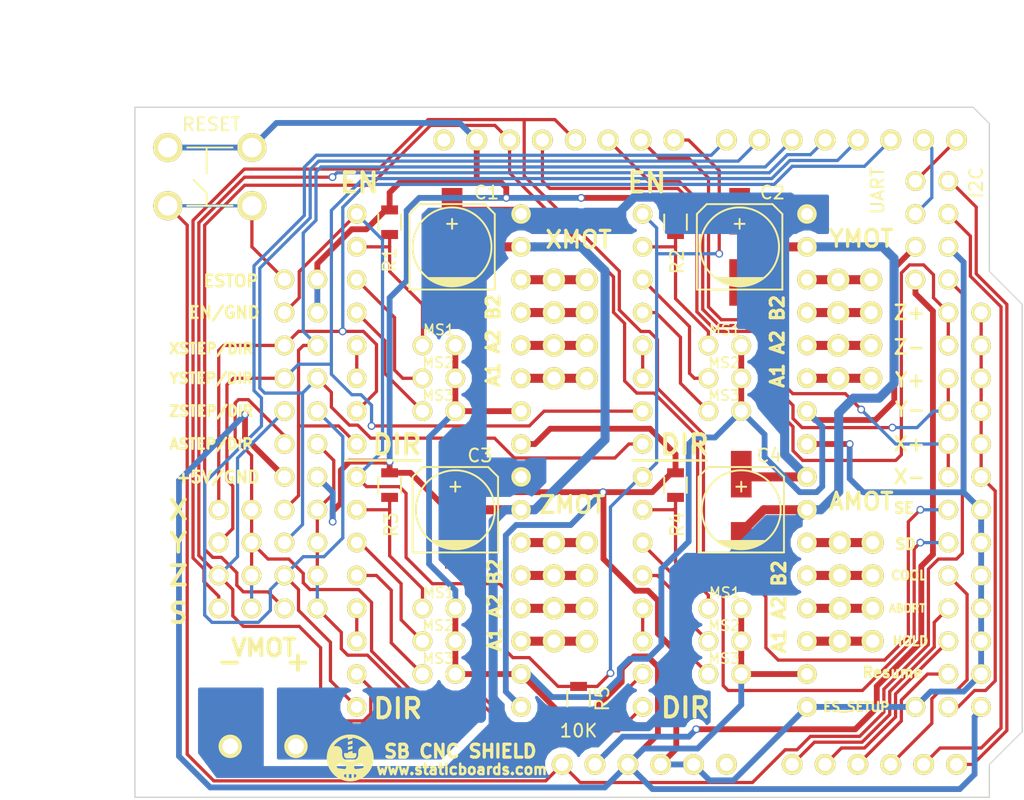
<source format=kicad_pcb>
(kicad_pcb (version 4) (host pcbnew 4.0.6)
  (layers (0 F.Cu signal) (31 B.Cu signal) (34 B.Paste user) (35 F.Paste user) (36 B.SilkS user) (37 F.SilkS user) (38 B.Mask user) (39 F.Mask user) (44 Edge.Cuts user))
  (net 0 "")
  (net 1 RESET)
  (net 2 "Net-(U2-Pad5)")
  (net 3 "Net-(U3-Pad5)")
  (net 4 "Net-(U4-Pad5)")
  (net 5 "Net-(U5-Pad5)")
  (net 6 "Net-(P1-Pad1)")
  (net 7 "Net-(P1-Pad2)")
  (net 8 "Net-(P1-Pad3)")
  (net 9 "Net-(P1-Pad4)")
  (net 10 "Net-(P2-Pad1)")
  (net 11 "Net-(P2-Pad2)")
  (net 12 "Net-(P2-Pad3)")
  (net 13 "Net-(P2-Pad4)")
  (net 14 "Net-(P3-Pad1)")
  (net 15 "Net-(P3-Pad2)")
  (net 16 "Net-(P3-Pad3)")
  (net 17 "Net-(P3-Pad4)")
  (net 18 "Net-(P4-Pad1)")
  (net 19 "Net-(P4-Pad2)")
  (net 20 "Net-(P4-Pad3)")
  (net 21 "Net-(P4-Pad4)")
  (net 22 +5V)
  (net 23 "Net-(JP1-Pad2)")
  (net 24 "Net-(JP2-Pad2)")
  (net 25 "Net-(JP3-Pad2)")
  (net 26 "Net-(JP4-Pad2)")
  (net 27 "Net-(JP5-Pad2)")
  (net 28 "Net-(JP6-Pad2)")
  (net 29 "Net-(JP7-Pad2)")
  (net 30 "Net-(JP8-Pad2)")
  (net 31 "Net-(JP9-Pad2)")
  (net 32 "Net-(JP10-Pad2)")
  (net 33 "Net-(JP11-Pad2)")
  (net 34 "Net-(JP12-Pad2)")
  (net 35 GND)
  (net 36 EN)
  (net 37 XSTEP)
  (net 38 XDIR)
  (net 39 VIN)
  (net 40 YSTEP)
  (net 41 YDIR)
  (net 42 ZSTEP)
  (net 43 ZDIR)
  (net 44 ZLIMIT)
  (net 45 YLIMIT)
  (net 46 XLIMIT)
  (net 47 COOLANT)
  (net 48 SPIN_DIR)
  (net 49 SPIN_EN)
  (net 50 ABORT)
  (net 51 HOLD)
  (net 52 RESUME)
  (net 53 +3V3)
  (net 54 TX)
  (net 55 RX)
  (net 56 SDA)
  (net 57 SCL)
  (net 58 ASTEP)
  (net 59 ADIR)
  (net 60 EN_SETUP)
  (net 61 GNDA)
  (module Pin_Headers:Pin_Header_Straight_2x04 (layer F.Cu) (at 168.656 79.375)
    (fp_text reference P2 hide)
    (fp_text value YMOT (at 1.778 -3.175) (layer F.SilkS) (effects (font (size 1.3 1.3) (thickness 0.25))))
    (pad 1 thru_hole circle (at 0 0) (size 1.7272 1.7272) (drill 1.016) (layers *.Cu *.Mask F.SilkS) (net 10 "Net-(P2-Pad1)"))
    (pad 1 thru_hole oval (at 2.54 0) (size 1.7272 1.7272) (drill 1.016) (layers *.Cu *.Mask F.SilkS) (net 10 "Net-(P2-Pad1)"))
    (pad 2 thru_hole oval (at 0 2.54) (size 1.7272 1.7272) (drill 1.016) (layers *.Cu *.Mask F.SilkS) (net 11 "Net-(P2-Pad2)"))
    (pad 2 thru_hole oval (at 2.54 2.54) (size 1.7272 1.7272) (drill 1.016) (layers *.Cu *.Mask F.SilkS) (net 11 "Net-(P2-Pad2)"))
    (pad 3 thru_hole oval (at 0 5.08) (size 1.7272 1.7272) (drill 1.016) (layers *.Cu *.Mask F.SilkS) (net 12 "Net-(P2-Pad3)"))
    (pad 3 thru_hole oval (at 2.54 5.08) (size 1.7272 1.7272) (drill 1.016) (layers *.Cu *.Mask F.SilkS) (net 12 "Net-(P2-Pad3)"))
    (pad 4 thru_hole oval (at 0 7.62) (size 1.7272 1.7272) (drill 1.016) (layers *.Cu *.Mask F.SilkS) (net 13 "Net-(P2-Pad4)"))
    (pad 4 thru_hole oval (at 2.54 7.62) (size 1.7272 1.7272) (drill 1.016) (layers *.Cu *.Mask F.SilkS) (net 13 "Net-(P2-Pad4)"))
  )
  (module Pin_Headers:Pin_Header_Straight_2x04 (layer F.Cu) (at 168.783 99.695)
    (fp_text reference P4 hide)
    (fp_text value AMOT (at 1.651 -3.175) (layer F.SilkS) (effects (font (size 1.3 1.3) (thickness 0.25))))
    (pad 1 thru_hole circle (at 0 0) (size 1.7272 1.7272) (drill 1.016) (layers *.Cu *.Mask F.SilkS) (net 18 "Net-(P4-Pad1)"))
    (pad 1 thru_hole oval (at 2.54 0) (size 1.7272 1.7272) (drill 1.016) (layers *.Cu *.Mask F.SilkS) (net 18 "Net-(P4-Pad1)"))
    (pad 2 thru_hole oval (at 0 2.54) (size 1.7272 1.7272) (drill 1.016) (layers *.Cu *.Mask F.SilkS) (net 19 "Net-(P4-Pad2)"))
    (pad 2 thru_hole oval (at 2.54 2.54) (size 1.7272 1.7272) (drill 1.016) (layers *.Cu *.Mask F.SilkS) (net 19 "Net-(P4-Pad2)"))
    (pad 3 thru_hole oval (at 0 5.08) (size 1.7272 1.7272) (drill 1.016) (layers *.Cu *.Mask F.SilkS) (net 20 "Net-(P4-Pad3)"))
    (pad 3 thru_hole oval (at 2.54 5.08) (size 1.7272 1.7272) (drill 1.016) (layers *.Cu *.Mask F.SilkS) (net 20 "Net-(P4-Pad3)"))
    (pad 4 thru_hole oval (at 0 7.62) (size 1.7272 1.7272) (drill 1.016) (layers *.Cu *.Mask F.SilkS) (net 21 "Net-(P4-Pad4)"))
    (pad 4 thru_hole oval (at 2.54 7.62) (size 1.7272 1.7272) (drill 1.016) (layers *.Cu *.Mask F.SilkS) (net 21 "Net-(P4-Pad4)"))
  )
  (module Pin_Headers:Pin_Header_Straight_2x04 (layer F.Cu) (at 146.685 99.695)
    (fp_text reference P3 hide)
    (fp_text value ZMOT (at 1.397 -2.921) (layer F.SilkS) (effects (font (size 1.3 1.3) (thickness 0.25))))
    (pad 1 thru_hole circle (at 0 0) (size 1.7272 1.7272) (drill 1.016) (layers *.Cu *.Mask F.SilkS) (net 14 "Net-(P3-Pad1)"))
    (pad 1 thru_hole oval (at 2.54 0) (size 1.7272 1.7272) (drill 1.016) (layers *.Cu *.Mask F.SilkS) (net 14 "Net-(P3-Pad1)"))
    (pad 2 thru_hole oval (at 0 2.54) (size 1.7272 1.7272) (drill 1.016) (layers *.Cu *.Mask F.SilkS) (net 15 "Net-(P3-Pad2)"))
    (pad 2 thru_hole oval (at 2.54 2.54) (size 1.7272 1.7272) (drill 1.016) (layers *.Cu *.Mask F.SilkS) (net 15 "Net-(P3-Pad2)"))
    (pad 3 thru_hole oval (at 0 5.08) (size 1.7272 1.7272) (drill 1.016) (layers *.Cu *.Mask F.SilkS) (net 16 "Net-(P3-Pad3)"))
    (pad 3 thru_hole oval (at 2.54 5.08) (size 1.7272 1.7272) (drill 1.016) (layers *.Cu *.Mask F.SilkS) (net 16 "Net-(P3-Pad3)"))
    (pad 4 thru_hole oval (at 0 7.62) (size 1.7272 1.7272) (drill 1.016) (layers *.Cu *.Mask F.SilkS) (net 17 "Net-(P3-Pad4)"))
    (pad 4 thru_hole oval (at 2.54 7.62) (size 1.7272 1.7272) (drill 1.016) (layers *.Cu *.Mask F.SilkS) (net 17 "Net-(P3-Pad4)"))
  )
  (module Pin_Headers:Pin_Header_Straight_2x04 (layer F.Cu) (at 146.685 79.375)
    (fp_text reference P1 hide)
    (fp_text value XMOT (at 1.905 -3.1) (layer F.SilkS) (effects (font (size 1.3 1.3) (thickness 0.25))))
    (pad 1 thru_hole circle (at 0 0) (size 1.7272 1.7272) (drill 1.016) (layers *.Cu *.Mask F.SilkS) (net 6 "Net-(P1-Pad1)"))
    (pad 1 thru_hole oval (at 2.54 0) (size 1.7272 1.7272) (drill 1.016) (layers *.Cu *.Mask F.SilkS) (net 6 "Net-(P1-Pad1)"))
    (pad 2 thru_hole oval (at 0 2.54) (size 1.7272 1.7272) (drill 1.016) (layers *.Cu *.Mask F.SilkS) (net 7 "Net-(P1-Pad2)"))
    (pad 2 thru_hole oval (at 2.54 2.54) (size 1.7272 1.7272) (drill 1.016) (layers *.Cu *.Mask F.SilkS) (net 7 "Net-(P1-Pad2)"))
    (pad 3 thru_hole oval (at 0 5.08) (size 1.7272 1.7272) (drill 1.016) (layers *.Cu *.Mask F.SilkS) (net 8 "Net-(P1-Pad3)"))
    (pad 3 thru_hole oval (at 2.54 5.08) (size 1.7272 1.7272) (drill 1.016) (layers *.Cu *.Mask F.SilkS) (net 8 "Net-(P1-Pad3)"))
    (pad 4 thru_hole oval (at 0 7.62) (size 1.7272 1.7272) (drill 1.016) (layers *.Cu *.Mask F.SilkS) (net 9 "Net-(P1-Pad4)"))
    (pad 4 thru_hole oval (at 2.54 7.62) (size 1.7272 1.7272) (drill 1.016) (layers *.Cu *.Mask F.SilkS) (net 9 "Net-(P1-Pad4)"))
  )
  (module Pin_Headers:Pin_Header_Straight_1x04 (layer F.Cu) (at 177.165 79.375 180)
    (fp_text reference P6 hide)
    (fp_text value I2C (at -2.159 7.493 270) (layer F.SilkS))
    (pad 1 thru_hole circle (at 0 0 180) (size 1.524 1.524) (drill 1.016) (layers *.Cu *.Mask F.SilkS) (net 1 RESET))
    (pad 2 thru_hole circle (at 0 2.54 180) (size 1.524 1.524) (drill 1.016) (layers *.Cu *.Mask F.SilkS) (net 35 GND))
    (pad 3 thru_hole circle (at 0 5.08 180) (size 1.524 1.524) (drill 1.016) (layers *.Cu *.Mask F.SilkS) (net 56 SDA))
    (pad 4 thru_hole circle (at 0 7.62 180) (size 1.524 1.524) (drill 1.016) (layers *.Cu *.Mask F.SilkS) (net 57 SCL))
  )
  (module Pin_Headers:Pin_Header_Straight_1x04 (layer F.Cu) (at 174.625 79.375 180)
    (fp_text reference P5 hide)
    (fp_text value UART (at 2.921 6.873952 270) (layer F.SilkS))
    (pad 1 thru_hole circle (at 0 0 180) (size 1.524 1.524) (drill 1.016) (layers *.Cu *.Mask F.SilkS) (net 53 +3V3))
    (pad 2 thru_hole circle (at 0 2.54 180) (size 1.524 1.524) (drill 1.016) (layers *.Cu *.Mask F.SilkS) (net 22 +5V))
    (pad 3 thru_hole circle (at 0 5.08 180) (size 1.524 1.524) (drill 1.016) (layers *.Cu *.Mask F.SilkS) (net 54 TX))
    (pad 4 thru_hole circle (at 0 7.62 180) (size 1.524 1.524) (drill 1.016) (layers *.Cu *.Mask F.SilkS) (net 55 RX))
  )
  (module Pin_Headers:Pin_Header_Straight_1x03 (layer F.Cu) (at 179.705 112.395 270)
    (fp_text reference P7 hide)
    (fp_text value ES_SETUP (at 0 9.652 360) (layer F.SilkS) (effects (font (size 0.7 0.7) (thickness 0.175))))
    (pad 1 thru_hole circle (at 0 0 270) (size 1.524 1.524) (drill 1.016) (layers *.Cu *.Mask F.SilkS) (net 22 +5V))
    (pad 2 thru_hole circle (at 0 2.54 270) (size 1.524 1.524) (drill 1.016) (layers *.Cu *.Mask F.SilkS) (net 60 EN_SETUP))
    (pad 3 thru_hole circle (at 0 5.08 270) (size 1.524 1.524) (drill 1.016) (layers *.Cu *.Mask F.SilkS) (net 35 GND))
  )
  (module footprints:ARDUINO_SHIELD (layer F.Cu) (at 114.3 119.38)
    (fp_text reference U1 hide)
    (fp_text value ARDUINO_UNO_SHIELD hide)
    (pad 17 thru_hole circle (at 63.5 -2.54 90) (size 1.61 1.61) (drill 1) (layers *.Cu *.Mask F.SilkS) (net 57 SCL))
    (pad 18 thru_hole circle (at 60.96 -2.54 90) (size 1.61 1.61) (drill 1) (layers *.Cu *.Mask F.SilkS) (net 56 SDA))
    (pad 19 thru_hole circle (at 58.42 -2.54 90) (size 1.61 1.61) (drill 1) (layers *.Cu *.Mask F.SilkS) (net 47 COOLANT))
    (pad 22 thru_hole circle (at 50.8 -2.54 90) (size 1.61 1.61) (drill 1) (layers *.Cu *.Mask F.SilkS) (net 50 ABORT))
    (pad 21 thru_hole circle (at 53.34 -2.54 90) (size 1.61 1.61) (drill 1) (layers *.Cu *.Mask F.SilkS) (net 51 HOLD))
    (pad 20 thru_hole circle (at 55.88 -2.54 90) (size 1.61 1.61) (drill 1) (layers *.Cu *.Mask F.SilkS) (net 52 RESUME))
    (pad 23 thru_hole circle (at 45.72 -2.54 90) (size 1.61 1.61) (drill 1) (layers *.Cu *.Mask F.SilkS))
    (pad 24 thru_hole circle (at 43.18 -2.54 90) (size 1.61 1.61) (drill 1) (layers *.Cu *.Mask F.SilkS) (net 35 GND))
    (pad 25 thru_hole circle (at 40.64 -2.54 90) (size 1.61 1.61) (drill 1) (layers *.Cu *.Mask F.SilkS) (net 35 GND))
    (pad 27 thru_hole circle (at 35.56 -2.54 90) (size 1.61 1.61) (drill 1) (layers *.Cu *.Mask F.SilkS) (net 53 +3V3))
    (pad 28 thru_hole circle (at 33.02 -2.54 90) (size 1.61 1.61) (drill 1) (layers *.Cu *.Mask F.SilkS) (net 1 RESET))
    (pad 1 thru_hole circle (at 63.5 -50.8 90) (size 1.61 1.61) (drill 1) (layers *.Cu *.Mask F.SilkS) (net 55 RX))
    (pad 2 thru_hole circle (at 60.96 -50.8 90) (size 1.61 1.61) (drill 1) (layers *.Cu *.Mask F.SilkS) (net 54 TX))
    (pad 3 thru_hole circle (at 58.42 -50.8 90) (size 1.61 1.61) (drill 1) (layers *.Cu *.Mask F.SilkS) (net 37 XSTEP))
    (pad 4 thru_hole circle (at 55.88 -50.8 90) (size 1.61 1.61) (drill 1) (layers *.Cu *.Mask F.SilkS) (net 40 YSTEP))
    (pad 5 thru_hole circle (at 53.34 -50.8 90) (size 1.61 1.61) (drill 1) (layers *.Cu *.Mask F.SilkS) (net 42 ZSTEP))
    (pad 6 thru_hole circle (at 50.8 -50.8 90) (size 1.61 1.61) (drill 1) (layers *.Cu *.Mask F.SilkS) (net 38 XDIR))
    (pad 7 thru_hole circle (at 48.26 -50.8 90) (size 1.61 1.61) (drill 1) (layers *.Cu *.Mask F.SilkS) (net 41 YDIR))
    (pad 8 thru_hole circle (at 45.72 -50.8 90) (size 1.61 1.61) (drill 1) (layers *.Cu *.Mask F.SilkS) (net 43 ZDIR))
    (pad 9 thru_hole circle (at 41.656 -50.8 90) (size 1.61 1.61) (drill 1) (layers *.Cu *.Mask F.SilkS) (net 36 EN))
    (pad 10 thru_hole circle (at 39.116 -50.8 90) (size 1.61 1.61) (drill 1) (layers *.Cu *.Mask F.SilkS) (net 46 XLIMIT))
    (pad 11 thru_hole circle (at 36.576 -50.8 90) (size 1.61 1.61) (drill 1) (layers *.Cu *.Mask F.SilkS) (net 45 YLIMIT))
    (pad 12 thru_hole circle (at 34.036 -50.8 90) (size 1.61 1.61) (drill 1) (layers *.Cu *.Mask F.SilkS) (net 49 SPIN_EN))
    (pad 13 thru_hole circle (at 31.496 -50.8 90) (size 1.61 1.61) (drill 1) (layers *.Cu *.Mask F.SilkS) (net 44 ZLIMIT))
    (pad 14 thru_hole circle (at 28.956 -50.8 90) (size 1.61 1.61) (drill 1) (layers *.Cu *.Mask F.SilkS) (net 48 SPIN_DIR))
    (pad 15 thru_hole circle (at 26.416 -50.8 90) (size 1.61 1.61) (drill 1) (layers *.Cu *.Mask F.SilkS) (net 35 GND))
    (pad 16 thru_hole circle (at 23.876 -50.8 90) (size 1.61 1.61) (drill 1) (layers *.Cu *.Mask F.SilkS))
    (pad 26 thru_hole circle (at 38.1 -2.54 90) (size 1.61 1.61) (drill 1) (layers *.Cu *.Mask F.SilkS) (net 22 +5V))
  )
  (module footprints:SWITCH_TACTILE_6.5_PTH (layer F.Cu) (at 116.84 73.66)
    (fp_text reference SW1 hide)
    (fp_text value RESET (at 3.3655 -6.2865 180) (layer F.SilkS))
    (pad 3 thru_hole circle (at 0 0) (size 2.25 2.25) (drill 1.5) (layers *.Cu *.Mask F.SilkS) (net 1 RESET))
    (pad 4 thru_hole circle (at 6.5 0) (size 2.25 2.25) (drill 1.5) (layers *.Cu *.Mask F.SilkS) (net 1 RESET))
    (pad 1 thru_hole circle (at 0 -4.5) (size 2.25 2.25) (drill 1.5) (layers *.Cu *.Mask F.SilkS) (net 35 GND))
    (pad 2 thru_hole circle (at 6.5 -4.5) (size 2.25 2.25) (drill 1.5) (layers *.Cu *.Mask F.SilkS) (net 35 GND))
  )
  (module footprints:POLOLU_STEPPER_DRIVER (layer F.Cu) (at 131.445 74.295 270)
    (fp_text reference U2 hide)
    (fp_text value X hide)
    (pad 1 thru_hole circle (at 0 0 270) (size 1.51 1.51) (drill 0.9) (layers *.Cu *.Mask F.SilkS) (net 36 EN))
    (pad 2 thru_hole circle (at 2.54 0 270) (size 1.51 1.51) (drill 0.9) (layers *.Cu *.Mask F.SilkS) (net 23 "Net-(JP1-Pad2)"))
    (pad 3 thru_hole circle (at 5.08 0 270) (size 1.51 1.51) (drill 0.9) (layers *.Cu *.Mask F.SilkS) (net 24 "Net-(JP2-Pad2)"))
    (pad 4 thru_hole circle (at 7.62 0 270) (size 1.51 1.51) (drill 0.9) (layers *.Cu *.Mask F.SilkS) (net 25 "Net-(JP3-Pad2)"))
    (pad 5 thru_hole circle (at 10.16 0 270) (size 1.51 1.51) (drill 0.9) (layers *.Cu *.Mask F.SilkS) (net 2 "Net-(U2-Pad5)"))
    (pad 6 thru_hole circle (at 12.7 0 270) (size 1.51 1.51) (drill 0.9) (layers *.Cu *.Mask F.SilkS) (net 2 "Net-(U2-Pad5)"))
    (pad 7 thru_hole circle (at 15.24 0 270) (size 1.51 1.51) (drill 0.9) (layers *.Cu *.Mask F.SilkS) (net 37 XSTEP))
    (pad 8 thru_hole circle (at 17.78 0 270) (size 1.51 1.51) (drill 0.9) (layers *.Cu *.Mask F.SilkS) (net 38 XDIR))
    (pad 9 thru_hole circle (at 17.78 -12.7 270) (size 1.51 1.51) (drill 0.9) (layers *.Cu *.Mask F.SilkS) (net 35 GND))
    (pad 10 thru_hole circle (at 15.24 -12.7 270) (size 1.51 1.51) (drill 0.9) (layers *.Cu *.Mask F.SilkS) (net 22 +5V))
    (pad 11 thru_hole circle (at 12.7 -12.7 270) (size 1.51 1.51) (drill 0.9) (layers *.Cu *.Mask F.SilkS) (net 9 "Net-(P1-Pad4)"))
    (pad 12 thru_hole circle (at 10.16 -12.7 270) (size 1.51 1.51) (drill 0.9) (layers *.Cu *.Mask F.SilkS) (net 8 "Net-(P1-Pad3)"))
    (pad 13 thru_hole circle (at 7.62 -12.7 270) (size 1.51 1.51) (drill 0.9) (layers *.Cu *.Mask F.SilkS) (net 7 "Net-(P1-Pad2)"))
    (pad 14 thru_hole circle (at 5.08 -12.7 270) (size 1.51 1.51) (drill 0.9) (layers *.Cu *.Mask F.SilkS) (net 6 "Net-(P1-Pad1)"))
    (pad 15 thru_hole circle (at 2.54 -12.7 270) (size 1.51 1.51) (drill 0.9) (layers *.Cu *.Mask F.SilkS) (net 61 GNDA))
    (pad 16 thru_hole circle (at 0 -12.7 270) (size 1.51 1.51) (drill 0.9) (layers *.Cu *.Mask F.SilkS) (net 39 VIN))
  )
  (module footprints:POLOLU_STEPPER_DRIVER (layer F.Cu) (at 131.445 94.615 270)
    (fp_text reference U4 hide)
    (fp_text value Z hide)
    (pad 1 thru_hole circle (at 0 0 270) (size 1.51 1.51) (drill 0.9) (layers *.Cu *.Mask F.SilkS) (net 36 EN))
    (pad 2 thru_hole circle (at 2.54 0 270) (size 1.51 1.51) (drill 0.9) (layers *.Cu *.Mask F.SilkS) (net 29 "Net-(JP7-Pad2)"))
    (pad 3 thru_hole circle (at 5.08 0 270) (size 1.51 1.51) (drill 0.9) (layers *.Cu *.Mask F.SilkS) (net 30 "Net-(JP8-Pad2)"))
    (pad 4 thru_hole circle (at 7.62 0 270) (size 1.51 1.51) (drill 0.9) (layers *.Cu *.Mask F.SilkS) (net 31 "Net-(JP9-Pad2)"))
    (pad 5 thru_hole circle (at 10.16 0 270) (size 1.51 1.51) (drill 0.9) (layers *.Cu *.Mask F.SilkS) (net 4 "Net-(U4-Pad5)"))
    (pad 6 thru_hole circle (at 12.7 0 270) (size 1.51 1.51) (drill 0.9) (layers *.Cu *.Mask F.SilkS) (net 4 "Net-(U4-Pad5)"))
    (pad 7 thru_hole circle (at 15.24 0 270) (size 1.51 1.51) (drill 0.9) (layers *.Cu *.Mask F.SilkS) (net 42 ZSTEP))
    (pad 8 thru_hole circle (at 17.78 0 270) (size 1.51 1.51) (drill 0.9) (layers *.Cu *.Mask F.SilkS) (net 43 ZDIR))
    (pad 9 thru_hole circle (at 17.78 -12.7 270) (size 1.51 1.51) (drill 0.9) (layers *.Cu *.Mask F.SilkS) (net 35 GND))
    (pad 10 thru_hole circle (at 15.24 -12.7 270) (size 1.51 1.51) (drill 0.9) (layers *.Cu *.Mask F.SilkS) (net 22 +5V))
    (pad 11 thru_hole circle (at 12.7 -12.7 270) (size 1.51 1.51) (drill 0.9) (layers *.Cu *.Mask F.SilkS) (net 17 "Net-(P3-Pad4)"))
    (pad 12 thru_hole circle (at 10.16 -12.7 270) (size 1.51 1.51) (drill 0.9) (layers *.Cu *.Mask F.SilkS) (net 16 "Net-(P3-Pad3)"))
    (pad 13 thru_hole circle (at 7.62 -12.7 270) (size 1.51 1.51) (drill 0.9) (layers *.Cu *.Mask F.SilkS) (net 15 "Net-(P3-Pad2)"))
    (pad 14 thru_hole circle (at 5.08 -12.7 270) (size 1.51 1.51) (drill 0.9) (layers *.Cu *.Mask F.SilkS) (net 14 "Net-(P3-Pad1)"))
    (pad 15 thru_hole circle (at 2.54 -12.7 270) (size 1.51 1.51) (drill 0.9) (layers *.Cu *.Mask F.SilkS) (net 61 GNDA))
    (pad 16 thru_hole circle (at 0 -12.7 270) (size 1.51 1.51) (drill 0.9) (layers *.Cu *.Mask F.SilkS) (net 39 VIN))
  )
  (module footprints:POLOLU_STEPPER_DRIVER (layer F.Cu) (at 153.543 94.615 270)
    (fp_text reference U5 hide)
    (fp_text value A hide)
    (pad 1 thru_hole circle (at 0 0 270) (size 1.51 1.51) (drill 0.9) (layers *.Cu *.Mask F.SilkS) (net 36 EN))
    (pad 2 thru_hole circle (at 2.54 0 270) (size 1.51 1.51) (drill 0.9) (layers *.Cu *.Mask F.SilkS) (net 32 "Net-(JP10-Pad2)"))
    (pad 3 thru_hole circle (at 5.08 0 270) (size 1.51 1.51) (drill 0.9) (layers *.Cu *.Mask F.SilkS) (net 33 "Net-(JP11-Pad2)"))
    (pad 4 thru_hole circle (at 7.62 0 270) (size 1.51 1.51) (drill 0.9) (layers *.Cu *.Mask F.SilkS) (net 34 "Net-(JP12-Pad2)"))
    (pad 5 thru_hole circle (at 10.16 0 270) (size 1.51 1.51) (drill 0.9) (layers *.Cu *.Mask F.SilkS) (net 5 "Net-(U5-Pad5)"))
    (pad 6 thru_hole circle (at 12.7 0 270) (size 1.51 1.51) (drill 0.9) (layers *.Cu *.Mask F.SilkS) (net 5 "Net-(U5-Pad5)"))
    (pad 7 thru_hole circle (at 15.24 0 270) (size 1.51 1.51) (drill 0.9) (layers *.Cu *.Mask F.SilkS) (net 58 ASTEP))
    (pad 8 thru_hole circle (at 17.78 0 270) (size 1.51 1.51) (drill 0.9) (layers *.Cu *.Mask F.SilkS) (net 59 ADIR))
    (pad 9 thru_hole circle (at 17.78 -12.7 270) (size 1.51 1.51) (drill 0.9) (layers *.Cu *.Mask F.SilkS) (net 35 GND))
    (pad 10 thru_hole circle (at 15.24 -12.7 270) (size 1.51 1.51) (drill 0.9) (layers *.Cu *.Mask F.SilkS) (net 22 +5V))
    (pad 11 thru_hole circle (at 12.7 -12.7 270) (size 1.51 1.51) (drill 0.9) (layers *.Cu *.Mask F.SilkS) (net 21 "Net-(P4-Pad4)"))
    (pad 12 thru_hole circle (at 10.16 -12.7 270) (size 1.51 1.51) (drill 0.9) (layers *.Cu *.Mask F.SilkS) (net 20 "Net-(P4-Pad3)"))
    (pad 13 thru_hole circle (at 7.62 -12.7 270) (size 1.51 1.51) (drill 0.9) (layers *.Cu *.Mask F.SilkS) (net 19 "Net-(P4-Pad2)"))
    (pad 14 thru_hole circle (at 5.08 -12.7 270) (size 1.51 1.51) (drill 0.9) (layers *.Cu *.Mask F.SilkS) (net 18 "Net-(P4-Pad1)"))
    (pad 15 thru_hole circle (at 2.54 -12.7 270) (size 1.51 1.51) (drill 0.9) (layers *.Cu *.Mask F.SilkS) (net 61 GNDA))
    (pad 16 thru_hole circle (at 0 -12.7 270) (size 1.51 1.51) (drill 0.9) (layers *.Cu *.Mask F.SilkS) (net 39 VIN))
  )
  (module footprints:POLOLU_STEPPER_DRIVER (layer F.Cu) (at 153.543 74.295 270)
    (fp_text reference U3 hide)
    (fp_text value Y hide)
    (pad 1 thru_hole circle (at 0 0 270) (size 1.51 1.51) (drill 0.9) (layers *.Cu *.Mask F.SilkS) (net 36 EN))
    (pad 2 thru_hole circle (at 2.54 0 270) (size 1.51 1.51) (drill 0.9) (layers *.Cu *.Mask F.SilkS) (net 26 "Net-(JP4-Pad2)"))
    (pad 3 thru_hole circle (at 5.08 0 270) (size 1.51 1.51) (drill 0.9) (layers *.Cu *.Mask F.SilkS) (net 27 "Net-(JP5-Pad2)"))
    (pad 4 thru_hole circle (at 7.62 0 270) (size 1.51 1.51) (drill 0.9) (layers *.Cu *.Mask F.SilkS) (net 28 "Net-(JP6-Pad2)"))
    (pad 5 thru_hole circle (at 10.16 0 270) (size 1.51 1.51) (drill 0.9) (layers *.Cu *.Mask F.SilkS) (net 3 "Net-(U3-Pad5)"))
    (pad 6 thru_hole circle (at 12.7 0 270) (size 1.51 1.51) (drill 0.9) (layers *.Cu *.Mask F.SilkS) (net 3 "Net-(U3-Pad5)"))
    (pad 7 thru_hole circle (at 15.24 0 270) (size 1.51 1.51) (drill 0.9) (layers *.Cu *.Mask F.SilkS) (net 40 YSTEP))
    (pad 8 thru_hole circle (at 17.78 0 270) (size 1.51 1.51) (drill 0.9) (layers *.Cu *.Mask F.SilkS) (net 41 YDIR))
    (pad 9 thru_hole circle (at 17.78 -12.7 270) (size 1.51 1.51) (drill 0.9) (layers *.Cu *.Mask F.SilkS) (net 35 GND))
    (pad 10 thru_hole circle (at 15.24 -12.7 270) (size 1.51 1.51) (drill 0.9) (layers *.Cu *.Mask F.SilkS) (net 22 +5V))
    (pad 11 thru_hole circle (at 12.7 -12.7 270) (size 1.51 1.51) (drill 0.9) (layers *.Cu *.Mask F.SilkS) (net 13 "Net-(P2-Pad4)"))
    (pad 12 thru_hole circle (at 10.16 -12.7 270) (size 1.51 1.51) (drill 0.9) (layers *.Cu *.Mask F.SilkS) (net 12 "Net-(P2-Pad3)"))
    (pad 13 thru_hole circle (at 7.62 -12.7 270) (size 1.51 1.51) (drill 0.9) (layers *.Cu *.Mask F.SilkS) (net 11 "Net-(P2-Pad2)"))
    (pad 14 thru_hole circle (at 5.08 -12.7 270) (size 1.51 1.51) (drill 0.9) (layers *.Cu *.Mask F.SilkS) (net 10 "Net-(P2-Pad1)"))
    (pad 15 thru_hole circle (at 2.54 -12.7 270) (size 1.51 1.51) (drill 0.9) (layers *.Cu *.Mask F.SilkS) (net 61 GNDA))
    (pad 16 thru_hole circle (at 0 -12.7 270) (size 1.51 1.51) (drill 0.9) (layers *.Cu *.Mask F.SilkS) (net 39 VIN))
  )
  (module Resistors_SMD:R_0805 (layer F.Cu) (at 133.985 74.93 90)
    (fp_text reference R1 (at -2.921 0 90) (layer F.SilkS))
    (fp_text value 100K hide)
    (pad 1 smd rect (at -0.95 0 90) (size 0.7 1.3) (layers F.Cu F.Paste F.Mask) (net 23 "Net-(JP1-Pad2)"))
    (pad 2 smd rect (at 0.95 0 90) (size 0.7 1.3) (layers F.Cu F.Paste F.Mask) (net 35 GND))
  )
  (module Resistors_SMD:R_0805 (layer F.Cu) (at 156.083 74.93 90)
    (fp_text reference R2 (at -3.048 0.127 90) (layer F.SilkS))
    (fp_text value 100K hide)
    (pad 1 smd rect (at -0.95 0 90) (size 0.7 1.3) (layers F.Cu F.Paste F.Mask) (net 26 "Net-(JP4-Pad2)"))
    (pad 2 smd rect (at 0.95 0 90) (size 0.7 1.3) (layers F.Cu F.Paste F.Mask) (net 35 GND))
  )
  (module Resistors_SMD:R_0805 (layer F.Cu) (at 133.985 95.25 90)
    (fp_text reference R3 (at -3.048 0.127 90) (layer F.SilkS))
    (fp_text value 100K hide)
    (pad 1 smd rect (at -0.95 0 90) (size 0.7 1.3) (layers F.Cu F.Paste F.Mask) (net 29 "Net-(JP7-Pad2)"))
    (pad 2 smd rect (at 0.95 0 90) (size 0.7 1.3) (layers F.Cu F.Paste F.Mask) (net 35 GND))
  )
  (module Resistors_SMD:R_0805 (layer F.Cu) (at 156.083 95.25 90)
    (fp_text reference R4 (at -3.048 0.127 90) (layer F.SilkS))
    (fp_text value 100K hide)
    (pad 1 smd rect (at -0.95 0 90) (size 0.7 1.3) (layers F.Cu F.Paste F.Mask) (net 32 "Net-(JP10-Pad2)"))
    (pad 2 smd rect (at 0.95 0 90) (size 0.7 1.3) (layers F.Cu F.Paste F.Mask) (net 35 GND))
  )
  (module Capacitors_SMD:c_elec_6.3x7.7 (layer F.Cu) (at 138.811 76.835 90)
    (fp_text reference C1 (at 4.191 2.667 180) (layer F.SilkS))
    (fp_text value 100uF hide)
    (pad 1 smd rect (at 2.75082 0 90) (size 3.59918 1.6002) (layers F.Cu F.Paste F.Mask) (net 39 VIN))
    (pad 2 smd rect (at -2.75082 0 90) (size 3.59918 1.6002) (layers F.Cu F.Paste F.Mask) (net 61 GNDA))
  )
  (module Capacitors_SMD:c_elec_6.3x7.7 (layer F.Cu) (at 161.036 76.835 90)
    (fp_text reference C2 (at 4.191 2.54 180) (layer F.SilkS))
    (fp_text value 100uF hide)
    (pad 1 smd rect (at 2.75082 0 90) (size 3.59918 1.6002) (layers F.Cu F.Paste F.Mask) (net 39 VIN))
    (pad 2 smd rect (at -2.75082 0 90) (size 3.59918 1.6002) (layers F.Cu F.Paste F.Mask) (net 61 GNDA))
  )
  (module Capacitors_SMD:c_elec_6.3x7.7 (layer F.Cu) (at 139.065 97.155 90)
    (fp_text reference C3 (at 4.191 1.905 180) (layer F.SilkS))
    (fp_text value 100uF hide)
    (pad 1 smd rect (at 2.75082 0 90) (size 3.59918 1.6002) (layers F.Cu F.Paste F.Mask) (net 39 VIN))
    (pad 2 smd rect (at -2.75082 0 90) (size 3.59918 1.6002) (layers F.Cu F.Paste F.Mask) (net 61 GNDA))
  )
  (module Capacitors_SMD:c_elec_6.3x7.7 (layer F.Cu) (at 161.163 97.155 90)
    (fp_text reference C4 (at 4.191 2.159 180) (layer F.SilkS))
    (fp_text value 100uF hide)
    (pad 1 smd rect (at 2.75082 0 90) (size 3.59918 1.6002) (layers F.Cu F.Paste F.Mask) (net 39 VIN))
    (pad 2 smd rect (at -2.75082 0 90) (size 3.59918 1.6002) (layers F.Cu F.Paste F.Mask) (net 61 GNDA))
  )
  (module footprints:CONN_01x02_PITCH_5.08mm (layer F.Cu) (at 124.206 115.443)
    (fp_text reference P8 hide)
    (fp_text value VMOT (at 0.0508 -7.62) (layer F.SilkS) (effects (font (size 1.3 1.3) (thickness 0.3))))
    (pad 2 thru_hole circle (at -2.54 0) (size 1.81 1.81) (drill 1.2) (layers *.Cu *.Mask F.SilkS) (net 61 GNDA))
    (pad 1 thru_hole circle (at 2.54 0) (size 1.81 1.81) (drill 1.2) (layers *.Cu *.Mask F.SilkS) (net 39 VIN))
  )
  (module Resistors_SMD:R_0805 (layer F.Cu) (at 148.59 111.76 90)
    (fp_text reference R5 (at 0 1.8415 90) (layer F.SilkS))
    (fp_text value 10K (at -2.4765 0 180) (layer F.SilkS))
    (pad 1 smd rect (at -0.95 0 90) (size 0.7 1.3) (layers F.Cu F.Paste F.Mask) (net 22 +5V))
    (pad 2 smd rect (at 0.95 0 90) (size 0.7 1.3) (layers F.Cu F.Paste F.Mask) (net 36 EN))
  )
  (module footprints:staticboards_logo (layer F.Cu) (at 130.937 116.332)
    (fp_text reference G*** hide)
    (fp_text value LOGO hide)
  )
  (module footprints:Pin_100mil_Header_Straight_1x02 (layer F.Cu) (at 139.065 84.455 270)
    (fp_text reference JP1 hide)
    (fp_text value Jumper_NO_Small hide)
    (pad 1 thru_hole circle (at 0 0 270) (size 1.524 1.524) (drill 1.016) (layers *.Cu *.Mask F.SilkS) (net 22 +5V))
    (pad 2 thru_hole circle (at 0 2.54 270) (size 1.524 1.524) (drill 1.016) (layers *.Cu *.Mask F.SilkS) (net 23 "Net-(JP1-Pad2)"))
  )
  (module footprints:Pin_100mil_Header_Straight_1x02 (layer F.Cu) (at 139.065 86.995 270)
    (fp_text reference JP2 hide)
    (fp_text value Jumper_NO_Small hide)
    (pad 1 thru_hole circle (at 0 0 270) (size 1.524 1.524) (drill 1.016) (layers *.Cu *.Mask F.SilkS) (net 22 +5V))
    (pad 2 thru_hole circle (at 0 2.54 270) (size 1.524 1.524) (drill 1.016) (layers *.Cu *.Mask F.SilkS) (net 24 "Net-(JP2-Pad2)"))
  )
  (module footprints:Pin_100mil_Header_Straight_1x02 (layer F.Cu) (at 139.065 89.535 270)
    (fp_text reference JP3 hide)
    (fp_text value Jumper_NO_Small hide)
    (pad 1 thru_hole circle (at 0 0 270) (size 1.524 1.524) (drill 1.016) (layers *.Cu *.Mask F.SilkS) (net 22 +5V))
    (pad 2 thru_hole circle (at 0 2.54 270) (size 1.524 1.524) (drill 1.016) (layers *.Cu *.Mask F.SilkS) (net 25 "Net-(JP3-Pad2)"))
  )
  (module footprints:Pin_100mil_Header_Straight_1x02 (layer F.Cu) (at 139.065 104.775 270)
    (fp_text reference JP7 hide)
    (fp_text value Jumper_NO_Small hide)
    (pad 1 thru_hole circle (at 0 0 270) (size 1.524 1.524) (drill 1.016) (layers *.Cu *.Mask F.SilkS) (net 22 +5V))
    (pad 2 thru_hole circle (at 0 2.54 270) (size 1.524 1.524) (drill 1.016) (layers *.Cu *.Mask F.SilkS) (net 29 "Net-(JP7-Pad2)"))
  )
  (module footprints:Pin_100mil_Header_Straight_1x02 (layer F.Cu) (at 139.065 107.315 270)
    (fp_text reference JP8 hide)
    (fp_text value Jumper_NO_Small hide)
    (pad 1 thru_hole circle (at 0 0 270) (size 1.524 1.524) (drill 1.016) (layers *.Cu *.Mask F.SilkS) (net 22 +5V))
    (pad 2 thru_hole circle (at 0 2.54 270) (size 1.524 1.524) (drill 1.016) (layers *.Cu *.Mask F.SilkS) (net 30 "Net-(JP8-Pad2)"))
  )
  (module footprints:Pin_100mil_Header_Straight_1x02 (layer F.Cu) (at 139.065 109.855 270)
    (fp_text reference JP9 hide)
    (fp_text value Jumper_NO_Small hide)
    (pad 1 thru_hole circle (at 0 0 270) (size 1.524 1.524) (drill 1.016) (layers *.Cu *.Mask F.SilkS) (net 22 +5V))
    (pad 2 thru_hole circle (at 0 2.54 270) (size 1.524 1.524) (drill 1.016) (layers *.Cu *.Mask F.SilkS) (net 31 "Net-(JP9-Pad2)"))
  )
  (module footprints:Pin_100mil_Header_Straight_1x02 (layer F.Cu) (at 161.163 84.455 270)
    (fp_text reference JP4 hide)
    (fp_text value Jumper_NO_Small hide)
    (pad 1 thru_hole circle (at 0 0 270) (size 1.524 1.524) (drill 1.016) (layers *.Cu *.Mask F.SilkS) (net 22 +5V))
    (pad 2 thru_hole circle (at 0 2.54 270) (size 1.524 1.524) (drill 1.016) (layers *.Cu *.Mask F.SilkS) (net 26 "Net-(JP4-Pad2)"))
  )
  (module footprints:Pin_100mil_Header_Straight_1x02 (layer F.Cu) (at 161.163 86.995 270)
    (fp_text reference JP5 hide)
    (fp_text value Jumper_NO_Small hide)
    (pad 1 thru_hole circle (at 0 0 270) (size 1.524 1.524) (drill 1.016) (layers *.Cu *.Mask F.SilkS) (net 22 +5V))
    (pad 2 thru_hole circle (at 0 2.54 270) (size 1.524 1.524) (drill 1.016) (layers *.Cu *.Mask F.SilkS) (net 27 "Net-(JP5-Pad2)"))
  )
  (module footprints:Pin_100mil_Header_Straight_1x02 (layer F.Cu) (at 161.163 89.535 270)
    (fp_text reference JP6 hide)
    (fp_text value Jumper_NO_Small hide)
    (pad 1 thru_hole circle (at 0 0 270) (size 1.524 1.524) (drill 1.016) (layers *.Cu *.Mask F.SilkS) (net 22 +5V))
    (pad 2 thru_hole circle (at 0 2.54 270) (size 1.524 1.524) (drill 1.016) (layers *.Cu *.Mask F.SilkS) (net 28 "Net-(JP6-Pad2)"))
  )
  (module footprints:Pin_100mil_Header_Straight_1x02 (layer F.Cu) (at 161.163 104.775 270)
    (fp_text reference JP10 hide)
    (fp_text value Jumper_NO_Small hide)
    (pad 1 thru_hole circle (at 0 0 270) (size 1.524 1.524) (drill 1.016) (layers *.Cu *.Mask F.SilkS) (net 22 +5V))
    (pad 2 thru_hole circle (at 0 2.54 270) (size 1.524 1.524) (drill 1.016) (layers *.Cu *.Mask F.SilkS) (net 32 "Net-(JP10-Pad2)"))
  )
  (module footprints:Pin_100mil_Header_Straight_1x02 (layer F.Cu) (at 161.163 107.315 270)
    (fp_text reference JP11 hide)
    (fp_text value Jumper_NO_Small hide)
    (pad 1 thru_hole circle (at 0 0 270) (size 1.524 1.524) (drill 1.016) (layers *.Cu *.Mask F.SilkS) (net 22 +5V))
    (pad 2 thru_hole circle (at 0 2.54 270) (size 1.524 1.524) (drill 1.016) (layers *.Cu *.Mask F.SilkS) (net 33 "Net-(JP11-Pad2)"))
  )
  (module footprints:Pin_100mil_Header_Straight_1x02 (layer F.Cu) (at 161.163 109.855 270)
    (fp_text reference JP12 hide)
    (fp_text value Jumper_NO_Small hide)
    (pad 1 thru_hole circle (at 0 0 270) (size 1.524 1.524) (drill 1.016) (layers *.Cu *.Mask F.SilkS) (net 22 +5V))
    (pad 2 thru_hole circle (at 0 2.54 270) (size 1.524 1.524) (drill 1.016) (layers *.Cu *.Mask F.SilkS) (net 34 "Net-(JP12-Pad2)"))
  )
  (module footprints:Pin_100mil_Header_Straight_1x02 (layer F.Cu) (at 179.705 81.915 270)
    (fp_text reference JP13 hide)
    (fp_text value Z+ (at 0 5.540571 360) (layer F.SilkS) (effects (font (size 1.1 1.1) (thickness 0.2))))
    (pad 1 thru_hole circle (at 0 0 270) (size 1.524 1.524) (drill 1.016) (layers *.Cu *.Mask F.SilkS) (net 60 EN_SETUP))
    (pad 2 thru_hole circle (at 0 2.54 270) (size 1.524 1.524) (drill 1.016) (layers *.Cu *.Mask F.SilkS) (net 44 ZLIMIT))
  )
  (module footprints:Pin_100mil_Header_Straight_1x02 (layer F.Cu) (at 179.705 84.455 270)
    (fp_text reference JP14 hide)
    (fp_text value Z- (at 0.127 5.540571 360) (layer F.SilkS) (effects (font (size 1.1 1.1) (thickness 0.2))))
    (pad 1 thru_hole circle (at 0 0 270) (size 1.524 1.524) (drill 1.016) (layers *.Cu *.Mask F.SilkS) (net 60 EN_SETUP))
    (pad 2 thru_hole circle (at 0 2.54 270) (size 1.524 1.524) (drill 1.016) (layers *.Cu *.Mask F.SilkS) (net 44 ZLIMIT))
  )
  (module footprints:Pin_100mil_Header_Straight_1x02 (layer F.Cu) (at 179.705 86.995 270)
    (fp_text reference JP15 hide)
    (fp_text value Y+ (at 0.127 5.492952 360) (layer F.SilkS) (effects (font (size 1.1 1.1) (thickness 0.2))))
    (pad 1 thru_hole circle (at 0 0 270) (size 1.524 1.524) (drill 1.016) (layers *.Cu *.Mask F.SilkS) (net 60 EN_SETUP))
    (pad 2 thru_hole circle (at 0 2.54 270) (size 1.524 1.524) (drill 1.016) (layers *.Cu *.Mask F.SilkS) (net 45 YLIMIT))
  )
  (module footprints:Pin_100mil_Header_Straight_1x02 (layer F.Cu) (at 179.705 89.535 270)
    (fp_text reference JP16 hide)
    (fp_text value Y- (at -0.127 5.492952 360) (layer F.SilkS) (effects (font (size 1.1 1.1) (thickness 0.2))))
    (pad 1 thru_hole circle (at 0 0 270) (size 1.524 1.524) (drill 1.016) (layers *.Cu *.Mask F.SilkS) (net 60 EN_SETUP))
    (pad 2 thru_hole circle (at 0 2.54 270) (size 1.524 1.524) (drill 1.016) (layers *.Cu *.Mask F.SilkS) (net 45 YLIMIT))
  )
  (module footprints:Pin_100mil_Header_Straight_1x02 (layer F.Cu) (at 179.705 92.075 270)
    (fp_text reference JP17 hide)
    (fp_text value X+ (at 0 5.540571 360) (layer F.SilkS) (effects (font (size 1.1 1.1) (thickness 0.2))))
    (pad 1 thru_hole circle (at 0 0 270) (size 1.524 1.524) (drill 1.016) (layers *.Cu *.Mask F.SilkS) (net 60 EN_SETUP))
    (pad 2 thru_hole circle (at 0 2.54 270) (size 1.524 1.524) (drill 1.016) (layers *.Cu *.Mask F.SilkS) (net 46 XLIMIT))
  )
  (module footprints:Pin_100mil_Header_Straight_1x02 (layer F.Cu) (at 179.705 94.615 270)
    (fp_text reference JP18 hide)
    (fp_text value X- (at 0 5.540571 360) (layer F.SilkS) (effects (font (size 1.1 1.1) (thickness 0.2))))
    (pad 1 thru_hole circle (at 0 0 270) (size 1.524 1.524) (drill 1.016) (layers *.Cu *.Mask F.SilkS) (net 60 EN_SETUP))
    (pad 2 thru_hole circle (at 0 2.54 270) (size 1.524 1.524) (drill 1.016) (layers *.Cu *.Mask F.SilkS) (net 46 XLIMIT))
  )
  (module footprints:Pin_100mil_Header_Straight_1x02 (layer F.Cu) (at 179.705 97.155 270)
    (fp_text reference JP19 hide)
    (fp_text value SE (at -0.127 5.969 360) (layer F.SilkS) (effects (font (size 0.8 0.8) (thickness 0.2))))
    (pad 1 thru_hole circle (at 0 0 270) (size 1.524 1.524) (drill 1.016) (layers *.Cu *.Mask F.SilkS) (net 35 GND))
    (pad 2 thru_hole circle (at 0 2.54 270) (size 1.524 1.524) (drill 1.016) (layers *.Cu *.Mask F.SilkS) (net 49 SPIN_EN))
  )
  (module footprints:Pin_100mil_Header_Straight_1x02 (layer F.Cu) (at 179.705 99.695 270)
    (fp_text reference JP20 hide)
    (fp_text value SD (at 0.127 5.842 360) (layer F.SilkS) (effects (font (size 0.8 0.8) (thickness 0.2))))
    (pad 1 thru_hole circle (at 0 0 270) (size 1.524 1.524) (drill 1.016) (layers *.Cu *.Mask F.SilkS) (net 35 GND))
    (pad 2 thru_hole circle (at 0 2.54 270) (size 1.524 1.524) (drill 1.016) (layers *.Cu *.Mask F.SilkS) (net 48 SPIN_DIR))
  )
  (module footprints:Pin_100mil_Header_Straight_1x02 (layer F.Cu) (at 179.705 102.235 270)
    (fp_text reference JP21 hide)
    (fp_text value COOL (at 0 5.588 360) (layer F.SilkS) (effects (font (size 0.7 0.7) (thickness 0.175))))
    (pad 1 thru_hole circle (at 0 0 270) (size 1.524 1.524) (drill 1.016) (layers *.Cu *.Mask F.SilkS) (net 35 GND))
    (pad 2 thru_hole circle (at 0 2.54 270) (size 1.524 1.524) (drill 1.016) (layers *.Cu *.Mask F.SilkS) (net 47 COOLANT))
  )
  (module footprints:Pin_100mil_Header_Straight_1x02 (layer F.Cu) (at 179.705 104.775 270)
    (fp_text reference JP22 hide)
    (fp_text value ABORT (at 0 5.715 360) (layer F.SilkS) (effects (font (size 0.6 0.6))))
    (pad 1 thru_hole circle (at 0 0 270) (size 1.524 1.524) (drill 1.016) (layers *.Cu *.Mask F.SilkS) (net 35 GND))
    (pad 2 thru_hole circle (at 0 2.54 270) (size 1.524 1.524) (drill 1.016) (layers *.Cu *.Mask F.SilkS) (net 50 ABORT))
  )
  (module footprints:Pin_100mil_Header_Straight_1x02 (layer F.Cu) (at 179.705 107.315 270)
    (fp_text reference JP23 hide)
    (fp_text value HOLD (at 0 5.461 360) (layer F.SilkS) (effects (font (size 0.7 0.7) (thickness 0.175))))
    (pad 1 thru_hole circle (at 0 0 270) (size 1.524 1.524) (drill 1.016) (layers *.Cu *.Mask F.SilkS) (net 35 GND))
    (pad 2 thru_hole circle (at 0 2.54 270) (size 1.524 1.524) (drill 1.016) (layers *.Cu *.Mask F.SilkS) (net 51 HOLD))
  )
  (module footprints:Pin_100mil_Header_Straight_1x02 (layer F.Cu) (at 179.705 109.855 270)
    (fp_text reference JP24 hide)
    (fp_text value Resume (at -0.127 6.843 360) (layer F.SilkS) (effects (font (size 0.8 0.8) (thickness 0.2))))
    (pad 1 thru_hole circle (at 0 0 270) (size 1.524 1.524) (drill 1.016) (layers *.Cu *.Mask F.SilkS) (net 35 GND))
    (pad 2 thru_hole circle (at 0 2.54 270) (size 1.524 1.524) (drill 1.016) (layers *.Cu *.Mask F.SilkS) (net 52 RESUME))
  )
  (module footprints:Pin_100mil_Header_Straight_1x02 (layer F.Cu) (at 128.397 79.3496 270)
    (fp_text reference JP25 hide)
    (fp_text value ESTOP (at 0.127 6.6802 360) (layer F.SilkS) (effects (font (size 0.9 0.9) (thickness 0.2))))
    (pad 1 thru_hole circle (at 0 0 270) (size 1.524 1.524) (drill 1.016) (layers *.Cu *.Mask F.SilkS) (net 35 GND))
    (pad 2 thru_hole circle (at 0 2.54 270) (size 1.524 1.524) (drill 1.016) (layers *.Cu *.Mask F.SilkS) (net 1 RESET))
  )
  (module footprints:Pin_100mil_Header_Straight_1x02 (layer F.Cu) (at 125.857 81.915 90)
    (fp_text reference JP26 hide)
    (fp_text value EN/GND (at 0 -4.6482 180) (layer F.SilkS) (effects (font (size 0.9 0.9) (thickness 0.2))))
    (pad 1 thru_hole circle (at 0 0 90) (size 1.524 1.524) (drill 1.016) (layers *.Cu *.Mask F.SilkS) (net 36 EN))
    (pad 2 thru_hole circle (at 0 2.54 90) (size 1.524 1.524) (drill 1.016) (layers *.Cu *.Mask F.SilkS) (net 35 GND))
  )
  (module footprints:Pin_100mil_Header_Straight_1x02 (layer F.Cu) (at 125.857 84.455 90)
    (fp_text reference JP27 hide)
    (fp_text value XSTEP/DIR (at -0.254 -5.6642 180) (layer F.SilkS) (effects (font (size 0.8 0.8) (thickness 0.2))))
    (pad 1 thru_hole circle (at 0 0 90) (size 1.524 1.524) (drill 1.016) (layers *.Cu *.Mask F.SilkS) (net 37 XSTEP))
    (pad 2 thru_hole circle (at 0 2.54 90) (size 1.524 1.524) (drill 1.016) (layers *.Cu *.Mask F.SilkS) (net 38 XDIR))
  )
  (module footprints:Pin_100mil_Header_Straight_1x02 (layer F.Cu) (at 125.857 86.995 90)
    (fp_text reference JP28 hide)
    (fp_text value YSTEP/DIR (at 0 -5.6642 180) (layer F.SilkS) (effects (font (size 0.8 0.8) (thickness 0.2))))
    (pad 1 thru_hole circle (at 0 0 90) (size 1.524 1.524) (drill 1.016) (layers *.Cu *.Mask F.SilkS) (net 40 YSTEP))
    (pad 2 thru_hole circle (at 0 2.54 90) (size 1.524 1.524) (drill 1.016) (layers *.Cu *.Mask F.SilkS) (net 41 YDIR))
  )
  (module footprints:Pin_100mil_Header_Straight_1x02 (layer F.Cu) (at 125.857 89.535 90)
    (fp_text reference JP29 hide)
    (fp_text value ZSTEP/DIR (at 0 -5.6642 180) (layer F.SilkS) (effects (font (size 0.8 0.8) (thickness 0.2))))
    (pad 1 thru_hole circle (at 0 0 90) (size 1.524 1.524) (drill 1.016) (layers *.Cu *.Mask F.SilkS) (net 42 ZSTEP))
    (pad 2 thru_hole circle (at 0 2.54 90) (size 1.524 1.524) (drill 1.016) (layers *.Cu *.Mask F.SilkS) (net 43 ZDIR))
  )
  (module footprints:Pin_100mil_Header_Straight_1x02 (layer F.Cu) (at 125.857 92.075 90)
    (fp_text reference JP30 hide)
    (fp_text value ASTEP/DIR (at 0 -5.6642 180) (layer F.SilkS) (effects (font (size 0.8 0.8) (thickness 0.2))))
    (pad 1 thru_hole circle (at 0 0 90) (size 1.524 1.524) (drill 1.016) (layers *.Cu *.Mask F.SilkS) (net 58 ASTEP))
    (pad 2 thru_hole circle (at 0 2.54 90) (size 1.524 1.524) (drill 1.016) (layers *.Cu *.Mask F.SilkS) (net 59 ADIR))
  )
  (module footprints:Pin_100mil_Header_Straight_1x02 (layer F.Cu) (at 125.857 94.615 90)
    (fp_text reference JP31 hide)
    (fp_text value +5V/GND (at -0.0254 -5.1562 180) (layer F.SilkS) (effects (font (size 0.9 0.9) (thickness 0.2))))
    (pad 1 thru_hole circle (at 0 0 90) (size 1.524 1.524) (drill 1.016) (layers *.Cu *.Mask F.SilkS) (net 22 +5V))
    (pad 2 thru_hole circle (at 0 2.54 90) (size 1.524 1.524) (drill 1.016) (layers *.Cu *.Mask F.SilkS) (net 35 GND))
  )
  (module footprints:Pin_100mil_Header_Straight_1x02 (layer F.Cu) (at 120.777 97.155 90)
    (fp_text reference JP32 hide)
    (fp_text value Jumper_NO_Small hide)
    (pad 1 thru_hole circle (at 0 0 90) (size 1.524 1.524) (drill 1.016) (layers *.Cu *.Mask F.SilkS) (net 37 XSTEP))
    (pad 2 thru_hole circle (at 0 2.54 90) (size 1.524 1.524) (drill 1.016) (layers *.Cu *.Mask F.SilkS) (net 58 ASTEP))
  )
  (module footprints:Pin_100mil_Header_Straight_1x02 (layer F.Cu) (at 125.857 97.155 90)
    (fp_text reference JP36 hide)
    (fp_text value Jumper_NO_Small hide)
    (pad 1 thru_hole circle (at 0 0 90) (size 1.524 1.524) (drill 1.016) (layers *.Cu *.Mask F.SilkS) (net 38 XDIR))
    (pad 2 thru_hole circle (at 0 2.54 90) (size 1.524 1.524) (drill 1.016) (layers *.Cu *.Mask F.SilkS) (net 59 ADIR))
  )
  (module footprints:Pin_100mil_Header_Straight_1x02 (layer F.Cu) (at 120.777 99.695 90)
    (fp_text reference JP33 hide)
    (fp_text value Jumper_NO_Small hide)
    (pad 1 thru_hole circle (at 0 0 90) (size 1.524 1.524) (drill 1.016) (layers *.Cu *.Mask F.SilkS) (net 40 YSTEP))
    (pad 2 thru_hole circle (at 0 2.54 90) (size 1.524 1.524) (drill 1.016) (layers *.Cu *.Mask F.SilkS) (net 58 ASTEP))
  )
  (module footprints:Pin_100mil_Header_Straight_1x02 (layer F.Cu) (at 125.857 99.695 90)
    (fp_text reference JP37 hide)
    (fp_text value Jumper_NO_Small hide)
    (pad 1 thru_hole circle (at 0 0 90) (size 1.524 1.524) (drill 1.016) (layers *.Cu *.Mask F.SilkS) (net 41 YDIR))
    (pad 2 thru_hole circle (at 0 2.54 90) (size 1.524 1.524) (drill 1.016) (layers *.Cu *.Mask F.SilkS) (net 59 ADIR))
  )
  (module footprints:Pin_100mil_Header_Straight_1x02 (layer F.Cu) (at 120.777 102.235 90)
    (fp_text reference JP34 hide)
    (fp_text value Jumper_NO_Small hide)
    (pad 1 thru_hole circle (at 0 0 90) (size 1.524 1.524) (drill 1.016) (layers *.Cu *.Mask F.SilkS) (net 42 ZSTEP))
    (pad 2 thru_hole circle (at 0 2.54 90) (size 1.524 1.524) (drill 1.016) (layers *.Cu *.Mask F.SilkS) (net 58 ASTEP))
  )
  (module footprints:Pin_100mil_Header_Straight_1x02 (layer F.Cu) (at 125.857 102.235 90)
    (fp_text reference JP38 hide)
    (fp_text value Jumper_NO_Small hide)
    (pad 1 thru_hole circle (at 0 0 90) (size 1.524 1.524) (drill 1.016) (layers *.Cu *.Mask F.SilkS) (net 43 ZDIR))
    (pad 2 thru_hole circle (at 0 2.54 90) (size 1.524 1.524) (drill 1.016) (layers *.Cu *.Mask F.SilkS) (net 59 ADIR))
  )
  (module footprints:Pin_100mil_Header_Straight_1x02 (layer F.Cu) (at 120.777 104.775 90)
    (fp_text reference JP35 hide)
    (fp_text value Jumper_NO_Small hide)
    (pad 1 thru_hole circle (at 0 0 90) (size 1.524 1.524) (drill 1.016) (layers *.Cu *.Mask F.SilkS) (net 49 SPIN_EN))
    (pad 2 thru_hole circle (at 0 2.54 90) (size 1.524 1.524) (drill 1.016) (layers *.Cu *.Mask F.SilkS) (net 58 ASTEP))
  )
  (module footprints:Pin_100mil_Header_Straight_1x02 (layer F.Cu) (at 125.857 104.775 90)
    (fp_text reference JP39 hide)
    (fp_text value Jumper_NO_Small hide)
    (pad 1 thru_hole circle (at 0 0 90) (size 1.524 1.524) (drill 1.016) (layers *.Cu *.Mask F.SilkS) (net 48 SPIN_DIR))
    (pad 2 thru_hole circle (at 0 2.54 90) (size 1.524 1.524) (drill 1.016) (layers *.Cu *.Mask F.SilkS) (net 59 ADIR))
  )
  (gr_text MS3 (at 159.8295 88.3285) (layer F.SilkS) (effects (font (size 0.8 0.8) (thickness 0.125))))
  (gr_text MS2 (at 159.8295 85.7885) (layer F.SilkS) (effects (font (size 0.8 0.8) (thickness 0.125))))
  (gr_text MS1 (at 159.893 83.2485) (layer F.SilkS) (effects (font (size 0.8 0.8) (thickness 0.125))))
  (gr_text MS3 (at 159.8295 108.6485) (layer F.SilkS) (effects (font (size 0.8 0.8) (thickness 0.125))))
  (gr_text MS2 (at 159.8295 106.1085) (layer F.SilkS) (effects (font (size 0.8 0.8) (thickness 0.125))))
  (gr_text MS1 (at 159.893 103.5685) (layer F.SilkS) (effects (font (size 0.8 0.8) (thickness 0.125))))
  (gr_text MS3 (at 137.7315 108.6485) (layer F.SilkS) (effects (font (size 0.8 0.8) (thickness 0.125))))
  (gr_text MS2 (at 137.7315 106.1085) (layer F.SilkS) (effects (font (size 0.8 0.8) (thickness 0.125))))
  (gr_text MS1 (at 137.795 103.5685) (layer F.SilkS) (effects (font (size 0.8 0.8) (thickness 0.125))))
  (gr_text www.staticboards.com (at 139.573 117.221) (layer F.SilkS) (effects (font (size 0.8 0.8) (thickness 0.2))))
  (gr_text EN (at 153.8605 71.882) (layer F.SilkS) (effects (font (size 1.5 1.5) (thickness 0.3))))
  (gr_text EN (at 131.6355 71.882) (layer F.SilkS) (effects (font (size 1.5 1.5) (thickness 0.3))))
  (gr_line (start 152.781 93.345) (end 158.496 93.345) (layer F.SilkS) (width 0.2))
  (gr_line (start 130.556 93.345) (end 136.398 93.345) (layer F.SilkS) (width 0.2))
  (gr_text DIR (at 156.845 112.4585) (layer F.SilkS) (effects (font (size 1.5 1.5) (thickness 0.3))))
  (gr_text DIR (at 134.62 112.522) (layer F.SilkS) (effects (font (size 1.5 1.5) (thickness 0.3))))
  (gr_text DIR (at 156.7815 92.1385) (layer F.SilkS) (effects (font (size 1.5 1.5) (thickness 0.3))))
  (gr_text DIR (at 134.5565 92.1385) (layer F.SilkS) (effects (font (size 1.5 1.5) (thickness 0.3))))
  (gr_text MS3 (at 137.7315 88.3285) (layer F.SilkS) (effects (font (size 0.8 0.8) (thickness 0.125))))
  (gr_text MS2 (at 137.7315 85.7885) (layer F.SilkS) (effects (font (size 0.8 0.8) (thickness 0.125))))
  (gr_text MS1 (at 137.795 83.2485) (layer F.SilkS) (effects (font (size 0.8 0.8) (thickness 0.125))))
  (gr_text "A1 A2 B2" (at 164.084 104.648 90) (layer F.SilkS) (effects (font (size 1 1) (thickness 0.25))))
  (gr_text "A1 A2 B2" (at 163.957 84.1375 90) (layer F.SilkS) (effects (font (size 1 1) (thickness 0.25))))
  (gr_text "A1 A2 B2\n" (at 142.113 104.521 90) (layer F.SilkS) (effects (font (size 1 1) (thickness 0.25))))
  (gr_text "A1 A2 B2" (at 141.986 84.074 90) (layer F.SilkS) (effects (font (size 1 1) (thickness 0.25))))
  (gr_text S (at 117.6528 105.156) (layer F.SilkS) (effects (font (size 1.5 1.5) (thickness 0.3))))
  (gr_text Z (at 117.6528 102.2604) (layer F.SilkS) (effects (font (size 1.5 1.5) (thickness 0.3))))
  (gr_text Y (at 117.6528 99.7204) (layer F.SilkS) (effects (font (size 1.5 1.5) (thickness 0.3))))
  (gr_text X (at 117.6528 97.1804) (layer F.SilkS) (effects (font (size 1.5 1.5) (thickness 0.3))))
  (gr_text "-   +" (at 124.2568 108.8644) (layer F.SilkS) (effects (font (size 1.5 1.5) (thickness 0.3))))
  (gr_text "SB CNC SHIELD" (at 139.446 115.824) (layer F.SilkS) (effects (font (size 1 1) (thickness 0.25))))
  (gr_line (start 114.3 119.38) (end 114.3 66.04) (layer Edge.Cuts) (width 0.1))
  (gr_line (start 180.34 119.38) (end 114.3 119.38) (layer Edge.Cuts) (width 0.1))
  (gr_line (start 180.34 116.84) (end 180.34 119.38) (layer Edge.Cuts) (width 0.1))
  (gr_line (start 182.88 114.3) (end 180.34 116.84) (layer Edge.Cuts) (width 0.1))
  (gr_line (start 182.88 81.28) (end 182.88 114.3) (layer Edge.Cuts) (width 0.1))
  (gr_line (start 180.34 78.74) (end 182.88 81.28) (layer Edge.Cuts) (width 0.1))
  (gr_line (start 180.34 67.31) (end 180.34 78.74) (layer Edge.Cuts) (width 0.1))
  (gr_line (start 179.07 66.04) (end 180.34 67.31) (layer Edge.Cuts) (width 0.1))
  (gr_line (start 114.3 66.04) (end 179.07 66.04) (layer Edge.Cuts) (width 0.1))
  (segment (start 172.18797 112.79721) (end 170.315199 114.669981) (width 0.25) (layer F.Cu) (net 1))
  (segment (start 146.05 118.11) (end 120.396 118.11) (width 0.25) (layer F.Cu) (net 1))
  (segment (start 120.396 118.11) (end 118.339972 116.053972) (width 0.25) (layer F.Cu) (net 1))
  (segment (start 118.339972 116.053972) (end 118.339972 75.159972) (width 0.25) (layer F.Cu) (net 1))
  (segment (start 118.339972 75.159972) (end 116.84 73.66) (width 0.25) (layer F.Cu) (net 1))
  (segment (start 125.857 79.3496) (end 123.34 76.8326) (width 0.25) (layer F.Cu) (net 1))
  (segment (start 123.34 76.8326) (end 123.34 73.66) (width 0.25) (layer F.Cu) (net 1))
  (segment (start 147.32 116.84) (end 148.717 118.237) (width 0.25) (layer F.Cu) (net 1))
  (segment (start 148.717 118.237) (end 162.030598 118.237) (width 0.25) (layer F.Cu) (net 1))
  (segment (start 162.030598 118.237) (end 164.557599 115.709999) (width 0.25) (layer F.Cu) (net 1))
  (segment (start 164.557599 115.709999) (end 165.468001 115.709999) (width 0.25) (layer F.Cu) (net 1))
  (segment (start 165.468001 115.709999) (end 166.508019 114.669981) (width 0.25) (layer F.Cu) (net 1))
  (segment (start 172.187971 111.019209) (end 175.627989 107.579191) (width 0.25) (layer F.Cu) (net 1))
  (segment (start 166.508019 114.669981) (end 170.315199 114.669981) (width 0.25) (layer F.Cu) (net 1))
  (segment (start 172.18797 112.79721) (end 172.187971 111.019209) (width 0.25) (layer F.Cu) (net 1))
  (segment (start 178.252001 100.512999) (end 178.252001 80.462001) (width 0.25) (layer F.Cu) (net 1))
  (segment (start 175.627989 107.579191) (end 175.627989 101.740011) (width 0.25) (layer F.Cu) (net 1))
  (segment (start 175.627989 101.740011) (end 176.403 100.965) (width 0.25) (layer F.Cu) (net 1))
  (segment (start 176.403 100.965) (end 177.8 100.965) (width 0.25) (layer F.Cu) (net 1))
  (segment (start 177.8 100.965) (end 178.252001 100.512999) (width 0.25) (layer F.Cu) (net 1))
  (segment (start 178.252001 80.462001) (end 177.165 79.375) (width 0.25) (layer F.Cu) (net 1))
  (segment (start 147.32 116.84) (end 146.05 118.11) (width 0.25) (layer F.Cu) (net 1))
  (segment (start 116.84 73.66) (end 123.34 73.66) (width 0.25) (layer B.Cu) (net 1))
  (segment (start 131.445 86.995) (end 131.445 85.927269) (width 0.25) (layer F.Cu) (net 2))
  (segment (start 131.445 85.927269) (end 131.445 84.455) (width 0.25) (layer F.Cu) (net 2))
  (segment (start 153.543 84.455) (end 153.543 86.995) (width 0.25) (layer F.Cu) (net 3))
  (segment (start 131.445 104.775) (end 131.445 107.315) (width 0.25) (layer F.Cu) (net 4))
  (segment (start 153.543 104.775) (end 153.543 105.842731) (width 0.25) (layer F.Cu) (net 5))
  (segment (start 153.543 105.842731) (end 153.543 107.315) (width 0.25) (layer F.Cu) (net 5))
  (segment (start 149.225 79.375) (end 146.685 79.375) (width 0.7) (layer F.Cu) (net 6))
  (segment (start 144.145 79.375) (end 146.685 79.375) (width 0.7) (layer F.Cu) (net 6))
  (segment (start 149.225 81.915) (end 146.685 81.915) (width 0.7) (layer F.Cu) (net 7))
  (segment (start 144.145 81.915) (end 146.685 81.915) (width 0.7) (layer F.Cu) (net 7))
  (segment (start 149.225 84.455) (end 146.685 84.455) (width 0.7) (layer F.Cu) (net 8))
  (segment (start 144.145 84.455) (end 146.685 84.455) (width 0.7) (layer F.Cu) (net 8))
  (segment (start 149.225 86.995) (end 146.685 86.995) (width 0.7) (layer F.Cu) (net 9))
  (segment (start 144.145 86.995) (end 146.685 86.995) (width 0.7) (layer F.Cu) (net 9))
  (segment (start 168.656 79.375) (end 171.196 79.375) (width 0.7) (layer F.Cu) (net 10))
  (segment (start 166.243 79.375) (end 168.656 79.375) (width 0.7) (layer F.Cu) (net 10))
  (segment (start 168.656 81.915) (end 171.196 81.915) (width 0.7) (layer F.Cu) (net 11))
  (segment (start 166.243 81.915) (end 168.656 81.915) (width 0.7) (layer F.Cu) (net 11))
  (segment (start 168.656 84.455) (end 171.196 84.455) (width 0.7) (layer F.Cu) (net 12))
  (segment (start 166.243 84.455) (end 168.656 84.455) (width 0.7) (layer F.Cu) (net 12))
  (segment (start 168.656 86.995) (end 171.196 86.995) (width 0.7) (layer F.Cu) (net 13))
  (segment (start 166.243 86.995) (end 168.656 86.995) (width 0.7) (layer F.Cu) (net 13))
  (segment (start 149.225 99.695) (end 146.685 99.695) (width 0.7) (layer F.Cu) (net 14))
  (segment (start 144.145 99.695) (end 146.685 99.695) (width 0.7) (layer F.Cu) (net 14))
  (segment (start 149.225 102.235) (end 146.685 102.235) (width 0.7) (layer F.Cu) (net 15))
  (segment (start 144.145 102.235) (end 146.685 102.235) (width 0.7) (layer F.Cu) (net 15))
  (segment (start 146.685 104.775) (end 149.225 104.775) (width 0.7) (layer F.Cu) (net 16))
  (segment (start 144.145 104.775) (end 146.685 104.775) (width 0.7) (layer F.Cu) (net 16))
  (segment (start 149.225 107.315) (end 146.685 107.315) (width 0.7) (layer F.Cu) (net 17))
  (segment (start 144.145 107.315) (end 146.685 107.315) (width 0.7) (layer F.Cu) (net 17))
  (segment (start 171.323 99.695) (end 168.783 99.695) (width 0.7) (layer F.Cu) (net 18))
  (segment (start 166.243 99.695) (end 168.783 99.695) (width 0.7) (layer F.Cu) (net 18))
  (segment (start 168.783 102.235) (end 171.323 102.235) (width 0.7) (layer F.Cu) (net 19))
  (segment (start 166.243 102.235) (end 168.783 102.235) (width 0.7) (layer F.Cu) (net 19))
  (segment (start 168.783 104.775) (end 171.323 104.775) (width 0.7) (layer F.Cu) (net 20))
  (segment (start 166.243 104.775) (end 168.783 104.775) (width 0.7) (layer F.Cu) (net 20))
  (segment (start 168.783 107.315) (end 171.323 107.315) (width 0.7) (layer F.Cu) (net 21))
  (segment (start 166.243 107.315) (end 168.783 107.315) (width 0.7) (layer F.Cu) (net 21))
  (segment (start 144.145 109.855) (end 144.7546 109.855) (width 0.45) (layer B.Cu) (net 22))
  (segment (start 144.7546 109.855) (end 146.5326 111.633) (width 0.45) (layer B.Cu) (net 22))
  (segment (start 146.5326 111.633) (end 150.277682 111.633) (width 0.45) (layer B.Cu) (net 22))
  (segment (start 151.778801 109.435879) (end 152.539681 108.674999) (width 0.45) (layer B.Cu) (net 22))
  (segment (start 150.277682 111.633) (end 151.778801 110.131881) (width 0.45) (layer B.Cu) (net 22))
  (segment (start 151.778801 110.131881) (end 151.778801 109.435879) (width 0.45) (layer B.Cu) (net 22))
  (segment (start 152.539681 108.674999) (end 153.929403 108.674999) (width 0.45) (layer B.Cu) (net 22))
  (segment (start 153.929403 108.674999) (end 154.9908 107.613602) (width 0.45) (layer B.Cu) (net 22))
  (segment (start 157.607 91.567) (end 159.131 91.567) (width 0.45) (layer B.Cu) (net 22))
  (segment (start 154.9908 107.613602) (end 154.9908 101.723172) (width 0.45) (layer B.Cu) (net 22))
  (segment (start 154.9908 101.723172) (end 157.099 99.614972) (width 0.45) (layer B.Cu) (net 22))
  (segment (start 157.099 99.614972) (end 157.099 92.075) (width 0.45) (layer B.Cu) (net 22))
  (segment (start 159.975999 90.722001) (end 161.163 89.535) (width 0.45) (layer B.Cu) (net 22))
  (segment (start 157.099 92.075) (end 157.607 91.567) (width 0.45) (layer B.Cu) (net 22))
  (segment (start 159.131 91.567) (end 159.975999 90.722001) (width 0.45) (layer B.Cu) (net 22))
  (segment (start 166.86784 90.21826) (end 171.52874 90.21826) (width 0.45) (layer F.Cu) (net 22))
  (segment (start 152.881159 108.495001) (end 153.929403 108.495001) (width 0.45) (layer F.Cu) (net 22))
  (segment (start 153.929403 108.495001) (end 154.723001 109.288599) (width 0.45) (layer F.Cu) (net 22))
  (segment (start 154.723001 109.288599) (end 154.723001 114.516999) (width 0.45) (layer F.Cu) (net 22))
  (segment (start 154.723001 114.516999) (end 153.204999 116.035001) (width 0.45) (layer F.Cu) (net 22))
  (segment (start 153.204999 116.035001) (end 152.4 116.84) (width 0.45) (layer F.Cu) (net 22))
  (segment (start 152.4 116.84) (end 154.305 118.745) (width 0.45) (layer B.Cu) (net 22))
  (segment (start 154.305 118.745) (end 178.054 118.745) (width 0.45) (layer B.Cu) (net 22))
  (segment (start 179.705 112.649) (end 179.705 112.395) (width 0.45) (layer B.Cu) (net 22))
  (segment (start 178.054 118.745) (end 179.197 117.602) (width 0.45) (layer B.Cu) (net 22))
  (segment (start 179.197 117.602) (end 179.197 113.157) (width 0.45) (layer B.Cu) (net 22))
  (segment (start 179.197 113.157) (end 179.705 112.649) (width 0.45) (layer B.Cu) (net 22))
  (segment (start 161.163 109.855) (end 161.163 112.237748) (width 0.45) (layer B.Cu) (net 22))
  (segment (start 161.163 112.237748) (end 157.790749 115.609999) (width 0.45) (layer B.Cu) (net 22))
  (segment (start 157.790749 115.609999) (end 153.630001 115.609999) (width 0.45) (layer B.Cu) (net 22))
  (segment (start 153.630001 115.609999) (end 153.204999 116.035001) (width 0.45) (layer B.Cu) (net 22))
  (segment (start 153.204999 116.035001) (end 152.4 116.84) (width 0.45) (layer B.Cu) (net 22))
  (segment (start 150.622 118.618) (end 120.1166 118.618) (width 0.45) (layer B.Cu) (net 22))
  (segment (start 120.1166 118.618) (end 117.7036 116.205) (width 0.45) (layer B.Cu) (net 22))
  (segment (start 174.625 76.835) (end 172.987989 78.472011) (width 0.45) (layer F.Cu) (net 22))
  (segment (start 166.86784 90.21826) (end 166.243 89.59342) (width 0.45) (layer F.Cu) (net 22))
  (segment (start 172.987989 78.472011) (end 172.987989 88.759011) (width 0.45) (layer F.Cu) (net 22))
  (segment (start 166.243 89.59342) (end 166.243 89.535) (width 0.45) (layer F.Cu) (net 22))
  (segment (start 172.987989 88.759011) (end 171.52874 90.21826) (width 0.45) (layer F.Cu) (net 22))
  (segment (start 117.7036 116.205) (end 117.7036 94.8944) (width 0.45) (layer B.Cu) (net 22))
  (segment (start 117.7036 94.8944) (end 118.5926 94.0054) (width 0.45) (layer B.Cu) (net 22))
  (segment (start 118.5926 94.0054) (end 122.809 89.789) (width 0.45) (layer B.Cu) (net 22))
  (segment (start 162.9664 91.3384) (end 162.9664 93.084802) (width 0.45) (layer B.Cu) (net 22))
  (segment (start 162.9664 93.084802) (end 165.676599 95.795001) (width 0.45) (layer B.Cu) (net 22))
  (segment (start 165.676599 95.795001) (end 166.989399 95.795001) (width 0.45) (layer B.Cu) (net 22))
  (segment (start 162.9664 91.3384) (end 161.163 89.535) (width 0.45) (layer B.Cu) (net 22))
  (segment (start 166.243 89.535) (end 167.423001 90.715001) (width 0.45) (layer B.Cu) (net 22))
  (segment (start 167.423001 90.715001) (end 167.423001 95.361399) (width 0.45) (layer B.Cu) (net 22))
  (segment (start 167.423001 95.361399) (end 166.989399 95.795001) (width 0.45) (layer B.Cu) (net 22))
  (segment (start 148.59 112.71) (end 149.69 112.71) (width 0.45) (layer F.Cu) (net 22))
  (segment (start 137.033 101.346) (end 139.065 103.378) (width 0.45) (layer B.Cu) (net 22))
  (segment (start 139.065 103.378) (end 139.065 104.775) (width 0.45) (layer B.Cu) (net 22))
  (segment (start 137.033 91.567) (end 137.033 101.346) (width 0.45) (layer B.Cu) (net 22))
  (segment (start 139.065 89.535) (end 137.033 91.567) (width 0.45) (layer B.Cu) (net 22))
  (segment (start 152.4 116.84) (end 150.622 118.618) (width 0.45) (layer B.Cu) (net 22))
  (segment (start 148.59 112.71) (end 147 112.71) (width 0.45) (layer F.Cu) (net 22))
  (segment (start 147 112.71) (end 144.145 109.855) (width 0.45) (layer F.Cu) (net 22))
  (segment (start 122.809 91.567) (end 122.809 89.789) (width 0.45) (layer F.Cu) (net 22))
  (via (at 122.809 89.789) (size 0.6) (drill 0.4) (layers F.Cu B.Cu) (net 22))
  (segment (start 125.857 94.615) (end 122.809 91.567) (width 0.45) (layer F.Cu) (net 22))
  (segment (start 161.163 89.535) (end 161.163 86.995) (width 0.45) (layer F.Cu) (net 22))
  (segment (start 161.163 84.455) (end 161.163 85.53263) (width 0.45) (layer F.Cu) (net 22))
  (segment (start 161.163 85.53263) (end 161.163 86.995) (width 0.45) (layer F.Cu) (net 22))
  (segment (start 161.163 109.855) (end 166.243 109.855) (width 0.45) (layer F.Cu) (net 22))
  (segment (start 161.163 107.315) (end 161.163 108.39263) (width 0.45) (layer F.Cu) (net 22))
  (segment (start 161.163 108.39263) (end 161.163 109.855) (width 0.45) (layer F.Cu) (net 22))
  (segment (start 161.163 104.775) (end 161.163 107.315) (width 0.45) (layer F.Cu) (net 22))
  (segment (start 144.145 109.855) (end 139.065 109.855) (width 0.45) (layer F.Cu) (net 22))
  (segment (start 139.065 107.315) (end 139.065 108.581) (width 0.45) (layer F.Cu) (net 22))
  (segment (start 139.065 108.581) (end 139.065 109.855) (width 0.45) (layer F.Cu) (net 22))
  (segment (start 139.065 104.775) (end 139.065 107.315) (width 0.45) (layer F.Cu) (net 22))
  (segment (start 139.065 84.455) (end 139.065 85.53263) (width 0.45) (layer F.Cu) (net 22))
  (segment (start 139.065 85.53263) (end 139.065 86.995) (width 0.45) (layer F.Cu) (net 22))
  (segment (start 139.065 86.995) (end 139.065 89.535) (width 0.45) (layer F.Cu) (net 22))
  (segment (start 144.145 89.535) (end 139.065 89.535) (width 0.45) (layer F.Cu) (net 22))
  (segment (start 151.92248 109.45368) (end 152.881159 108.495001) (width 0.45) (layer F.Cu) (net 22))
  (segment (start 151.92248 110.47752) (end 151.92248 109.45368) (width 0.45) (layer F.Cu) (net 22))
  (segment (start 149.69 112.71) (end 151.92248 110.47752) (width 0.45) (layer F.Cu) (net 22))
  (segment (start 133.985 78.74) (end 133.985 76.835) (width 0.25) (layer F.Cu) (net 23))
  (segment (start 131.445 76.835) (end 132.512731 76.835) (width 0.25) (layer F.Cu) (net 23))
  (segment (start 133.985 76.835) (end 133.985 75.88) (width 0.25) (layer F.Cu) (net 23))
  (segment (start 132.512731 76.835) (end 133.985 76.835) (width 0.25) (layer F.Cu) (net 23))
  (segment (start 136.525 84.455) (end 136.525 81.28) (width 0.25) (layer F.Cu) (net 23))
  (segment (start 136.525 81.28) (end 133.985 78.74) (width 0.25) (layer F.Cu) (net 23))
  (segment (start 134.366 86.36) (end 134.366 82.296) (width 0.25) (layer F.Cu) (net 24))
  (segment (start 134.366 82.296) (end 133.86902 81.79902) (width 0.25) (layer F.Cu) (net 24))
  (segment (start 135.001 86.995) (end 134.366 86.36) (width 0.25) (layer F.Cu) (net 24))
  (segment (start 136.525 86.995) (end 135.001 86.995) (width 0.25) (layer F.Cu) (net 24))
  (segment (start 133.86902 81.79902) (end 131.445 79.375) (width 0.25) (layer F.Cu) (net 24))
  (segment (start 131.445 81.915) (end 133.604 84.074) (width 0.25) (layer F.Cu) (net 25))
  (segment (start 133.604 84.074) (end 133.604 86.614) (width 0.25) (layer F.Cu) (net 25))
  (segment (start 133.604 86.614) (end 136.525 89.535) (width 0.25) (layer F.Cu) (net 25))
  (segment (start 136.271 89.535) (end 136.525 89.535) (width 0.25) (layer F.Cu) (net 25))
  (segment (start 156.083 80.83737) (end 156.083 76.835) (width 0.25) (layer F.Cu) (net 26))
  (segment (start 156.083 76.835) (end 156.083 76.48) (width 0.25) (layer F.Cu) (net 26))
  (segment (start 153.543 76.835) (end 156.083 76.835) (width 0.25) (layer F.Cu) (net 26))
  (segment (start 158.623 84.455) (end 158.623 83.37737) (width 0.25) (layer F.Cu) (net 26))
  (segment (start 158.623 83.37737) (end 156.083 80.83737) (width 0.25) (layer F.Cu) (net 26))
  (segment (start 156.083 76.48) (end 156.083 75.88) (width 0.25) (layer F.Cu) (net 26))
  (segment (start 153.543 76.835) (end 153.543 76.708) (width 0.25) (layer F.Cu) (net 26))
  (segment (start 157.16437 82.99637) (end 153.543 79.375) (width 0.25) (layer F.Cu) (net 27))
  (segment (start 157.16437 86.614) (end 157.16437 82.99637) (width 0.25) (layer F.Cu) (net 27))
  (segment (start 158.623 86.995) (end 157.54537 86.995) (width 0.25) (layer F.Cu) (net 27))
  (segment (start 157.54537 86.995) (end 157.16437 86.614) (width 0.25) (layer F.Cu) (net 27))
  (segment (start 158.623 89.535) (end 156.464 87.376) (width 0.25) (layer F.Cu) (net 28))
  (segment (start 156.464 87.376) (end 156.464 83.82) (width 0.25) (layer F.Cu) (net 28))
  (segment (start 156.464 83.82) (end 154.559 81.915) (width 0.25) (layer F.Cu) (net 28))
  (segment (start 154.559 81.915) (end 153.543 81.915) (width 0.25) (layer F.Cu) (net 28))
  (segment (start 133.985 100.711) (end 133.985 97.155) (width 0.25) (layer F.Cu) (net 29))
  (segment (start 133.985 97.155) (end 133.985 96.2) (width 0.25) (layer F.Cu) (net 29))
  (segment (start 131.445 97.155) (end 133.985 97.155) (width 0.25) (layer F.Cu) (net 29))
  (segment (start 136.525 104.775) (end 136.525 103.251) (width 0.25) (layer F.Cu) (net 29))
  (segment (start 136.525 103.251) (end 133.985 100.711) (width 0.25) (layer F.Cu) (net 29))
  (segment (start 136.525 107.315) (end 134.874 105.664) (width 0.25) (layer F.Cu) (net 30))
  (segment (start 134.874 102.87) (end 131.445 99.441) (width 0.25) (layer F.Cu) (net 30))
  (segment (start 134.874 105.664) (end 134.874 102.87) (width 0.25) (layer F.Cu) (net 30))
  (segment (start 131.445 102.235) (end 132.969 102.235) (width 0.25) (layer F.Cu) (net 31))
  (segment (start 134.112 107.442) (end 136.525 109.855) (width 0.25) (layer F.Cu) (net 31))
  (segment (start 134.112 103.378) (end 134.112 107.442) (width 0.25) (layer F.Cu) (net 31))
  (segment (start 132.969 102.235) (end 134.112 103.378) (width 0.25) (layer F.Cu) (net 31))
  (segment (start 153.543 97.155) (end 155.956 97.155) (width 0.25) (layer F.Cu) (net 32))
  (segment (start 155.956 97.155) (end 156.083 97.028) (width 0.25) (layer F.Cu) (net 32))
  (segment (start 156.083 101.219) (end 156.083 97.028) (width 0.25) (layer F.Cu) (net 32))
  (segment (start 156.083 97.028) (end 156.083 96.2) (width 0.25) (layer F.Cu) (net 32))
  (segment (start 158.623 104.775) (end 158.623 103.759) (width 0.25) (layer F.Cu) (net 32))
  (segment (start 158.623 103.759) (end 156.083 101.219) (width 0.25) (layer F.Cu) (net 32))
  (segment (start 153.543 97.155) (end 153.67 97.155) (width 0.25) (layer F.Cu) (net 32))
  (segment (start 153.543 99.695) (end 153.543 99.822) (width 0.25) (layer F.Cu) (net 33))
  (segment (start 153.543 99.822) (end 156.972 103.251) (width 0.25) (layer F.Cu) (net 33))
  (segment (start 156.972 103.251) (end 156.972 105.664) (width 0.25) (layer F.Cu) (net 33))
  (segment (start 156.972 105.664) (end 158.623 107.315) (width 0.25) (layer F.Cu) (net 33))
  (segment (start 153.543 102.235) (end 154.686 102.235) (width 0.25) (layer F.Cu) (net 34))
  (segment (start 155.956 107.188) (end 158.623 109.855) (width 0.25) (layer F.Cu) (net 34))
  (segment (start 155.956 103.505) (end 155.956 107.188) (width 0.25) (layer F.Cu) (net 34))
  (segment (start 154.686 102.235) (end 155.956 103.505) (width 0.25) (layer F.Cu) (net 34))
  (segment (start 170.589761 95.802001) (end 178.352001 95.802001) (width 0.45) (layer B.Cu) (net 35))
  (segment (start 156.141009 108.150839) (end 156.141009 115.638991) (width 0.45) (layer F.Cu) (net 35))
  (segment (start 156.141009 115.638991) (end 154.94 116.84) (width 0.45) (layer F.Cu) (net 35))
  (segment (start 157.48 116.84) (end 158.710001 118.070001) (width 0.45) (layer B.Cu) (net 35))
  (segment (start 158.710001 118.070001) (end 160.567999 118.070001) (width 0.45) (layer B.Cu) (net 35))
  (segment (start 160.567999 118.070001) (end 165.488001 113.149999) (width 0.45) (layer B.Cu) (net 35))
  (segment (start 165.488001 113.149999) (end 166.243 112.395) (width 0.45) (layer B.Cu) (net 35))
  (segment (start 174.625 112.395) (end 166.243 112.395) (width 0.45) (layer B.Cu) (net 35))
  (segment (start 142.43812 71.69912) (end 143.002 72.263) (width 0.45) (layer F.Cu) (net 35))
  (segment (start 143.002 72.263) (end 143.002 73.0504) (width 0.45) (layer F.Cu) (net 35))
  (segment (start 140.716 71.69912) (end 142.43812 71.69912) (width 0.45) (layer F.Cu) (net 35))
  (segment (start 133.985 72.644) (end 134.92988 71.69912) (width 0.45) (layer F.Cu) (net 35))
  (segment (start 134.92988 71.69912) (end 140.716 71.69912) (width 0.45) (layer F.Cu) (net 35))
  (segment (start 133.985 73.98) (end 133.985 72.644) (width 0.45) (layer F.Cu) (net 35))
  (segment (start 133.985 93.4466) (end 133.560736 93.4466) (width 0.45) (layer F.Cu) (net 35))
  (segment (start 133.560736 93.4466) (end 133.549135 93.434999) (width 0.45) (layer F.Cu) (net 35))
  (segment (start 133.549135 93.434999) (end 130.878599 93.434999) (width 0.45) (layer F.Cu) (net 35))
  (segment (start 133.985 94.3) (end 133.985 93.4466) (width 0.45) (layer F.Cu) (net 35))
  (segment (start 129.584001 98.076199) (end 129.584001 97.269597) (width 0.45) (layer F.Cu) (net 35))
  (segment (start 129.584001 97.269597) (end 130.21701 96.636588) (width 0.45) (layer F.Cu) (net 35))
  (segment (start 130.21701 96.636588) (end 130.21701 94.096588) (width 0.45) (layer F.Cu) (net 35))
  (segment (start 130.21701 94.096588) (end 130.878599 93.434999) (width 0.45) (layer F.Cu) (net 35))
  (via (at 129.584001 98.076199) (size 0.6) (drill 0.4) (layers F.Cu B.Cu) (net 35))
  (segment (start 128.397 94.615) (end 129.584001 95.802001) (width 0.45) (layer B.Cu) (net 35))
  (segment (start 129.584001 95.802001) (end 129.584001 98.076199) (width 0.45) (layer B.Cu) (net 35))
  (segment (start 139.3952 67.2592) (end 125.2408 67.2592) (width 0.45) (layer B.Cu) (net 35))
  (segment (start 125.2408 67.2592) (end 123.34 69.16) (width 0.45) (layer B.Cu) (net 35))
  (segment (start 140.716 68.58) (end 139.3952 67.2592) (width 0.45) (layer B.Cu) (net 35))
  (segment (start 132.189999 75.475001) (end 131.058597 75.475001) (width 0.45) (layer F.Cu) (net 35))
  (segment (start 131.058597 75.475001) (end 128.397 78.136598) (width 0.45) (layer F.Cu) (net 35))
  (segment (start 128.397 78.136598) (end 128.397 78.27197) (width 0.45) (layer F.Cu) (net 35))
  (segment (start 128.397 78.27197) (end 128.397 79.3496) (width 0.45) (layer F.Cu) (net 35))
  (segment (start 147.977437 98.335001) (end 150.476366 95.797289) (width 0.45) (layer B.Cu) (net 35))
  (segment (start 150.50379 95.808648) (end 150.492431 95.797289) (width 0.45) (layer B.Cu) (net 35))
  (segment (start 150.492431 95.797289) (end 150.476366 95.797289) (width 0.45) (layer B.Cu) (net 35))
  (via (at 150.476366 95.797289) (size 0.6) (drill 0.4) (layers F.Cu B.Cu) (net 35))
  (segment (start 142.964999 104.208599) (end 142.964999 99.128599) (width 0.45) (layer B.Cu) (net 35))
  (segment (start 142.964999 99.128599) (end 143.758597 98.335001) (width 0.45) (layer B.Cu) (net 35))
  (segment (start 143.758597 98.335001) (end 147.977437 98.335001) (width 0.45) (layer B.Cu) (net 35))
  (segment (start 150.513601 95.940602) (end 150.368 95.795001) (width 0.45) (layer F.Cu) (net 35))
  (segment (start 149.3266 95.795001) (end 150.368 95.795001) (width 0.45) (layer F.Cu) (net 35))
  (segment (start 152.976599 103.415001) (end 150.513601 100.952003) (width 0.45) (layer F.Cu) (net 35))
  (segment (start 150.368 95.795001) (end 154.287999 95.795001) (width 0.45) (layer F.Cu) (net 35))
  (segment (start 150.513601 100.952003) (end 150.513601 95.940602) (width 0.45) (layer F.Cu) (net 35))
  (segment (start 144.145 112.395) (end 142.964999 111.214999) (width 0.45) (layer B.Cu) (net 35))
  (segment (start 142.964999 111.214999) (end 142.964999 104.208599) (width 0.45) (layer B.Cu) (net 35))
  (segment (start 156.141009 108.150839) (end 154.723001 106.732831) (width 0.45) (layer F.Cu) (net 35))
  (segment (start 154.723001 106.732831) (end 154.723001 104.177001) (width 0.45) (layer F.Cu) (net 35))
  (segment (start 154.723001 104.177001) (end 153.961001 103.415001) (width 0.45) (layer F.Cu) (net 35))
  (segment (start 153.961001 103.415001) (end 152.976599 103.415001) (width 0.45) (layer F.Cu) (net 35))
  (segment (start 135.3058 74.0156) (end 136.271 73.0504) (width 0.45) (layer B.Cu) (net 35))
  (segment (start 136.271 73.0504) (end 143.002 73.0504) (width 0.45) (layer B.Cu) (net 35))
  (segment (start 135.3058 79.4512) (end 135.3058 74.0156) (width 0.45) (layer B.Cu) (net 35))
  (segment (start 133.985 80.772) (end 135.3058 79.4512) (width 0.45) (layer B.Cu) (net 35))
  (segment (start 133.985 93.5) (end 133.985 80.772) (width 0.45) (layer B.Cu) (net 35))
  (via (at 133.985 93.4466) (size 0.6) (drill 0.4) (layers F.Cu B.Cu) (net 35))
  (segment (start 141.0803 95.795001) (end 149.3266 95.795001) (width 0.45) (layer F.Cu) (net 35))
  (segment (start 140.131781 96.74352) (end 141.0803 95.795001) (width 0.45) (layer F.Cu) (net 35))
  (segment (start 154.287999 95.795001) (end 155.783 94.3) (width 0.45) (layer F.Cu) (net 35))
  (segment (start 155.783 94.3) (end 156.083 94.3) (width 0.45) (layer F.Cu) (net 35))
  (segment (start 132.189999 75.475001) (end 133.685 73.98) (width 0.45) (layer F.Cu) (net 35))
  (segment (start 133.685 73.98) (end 133.985 73.98) (width 0.45) (layer F.Cu) (net 35))
  (segment (start 174.625 112.395) (end 175.812001 111.207999) (width 0.45) (layer B.Cu) (net 35))
  (segment (start 175.812001 111.207999) (end 178.352001 111.207999) (width 0.45) (layer B.Cu) (net 35))
  (segment (start 178.352001 111.207999) (end 178.943001 110.616999) (width 0.45) (layer B.Cu) (net 35))
  (segment (start 178.943001 110.616999) (end 179.705 109.855) (width 0.45) (layer B.Cu) (net 35))
  (segment (start 156.083 94.3) (end 156.083 92.868598) (width 0.45) (layer F.Cu) (net 35))
  (segment (start 156.083 92.868598) (end 154.109401 90.894999) (width 0.45) (layer F.Cu) (net 35))
  (segment (start 154.109401 90.894999) (end 146.392732 90.894999) (width 0.45) (layer F.Cu) (net 35))
  (segment (start 146.392732 90.894999) (end 145.212731 92.075) (width 0.45) (layer F.Cu) (net 35))
  (segment (start 145.212731 92.075) (end 144.145 92.075) (width 0.45) (layer F.Cu) (net 35))
  (segment (start 178.352001 95.802001) (end 178.352001 78.022001) (width 0.45) (layer B.Cu) (net 35))
  (segment (start 178.352001 78.022001) (end 177.165 76.835) (width 0.45) (layer B.Cu) (net 35))
  (segment (start 178.352001 95.802001) (end 179.705 97.155) (width 0.45) (layer B.Cu) (net 35))
  (segment (start 170.589761 95.802001) (end 169.545 94.75724) (width 0.45) (layer B.Cu) (net 35))
  (segment (start 169.545 94.75724) (end 169.545 92.075) (width 0.45) (layer B.Cu) (net 35))
  (segment (start 140.716 71.69912) (end 140.716 68.58) (width 0.45) (layer F.Cu) (net 35))
  (segment (start 133.985 94.3) (end 135.596128 94.3) (width 0.45) (layer F.Cu) (net 35))
  (segment (start 135.596128 94.3) (end 138.039648 96.74352) (width 0.45) (layer F.Cu) (net 35))
  (segment (start 138.039648 96.74352) (end 140.131781 96.74352) (width 0.45) (layer F.Cu) (net 35))
  (segment (start 148.7932 73.0504) (end 155.7534 73.0504) (width 0.45) (layer F.Cu) (net 35))
  (segment (start 155.7534 73.0504) (end 156.083 73.38) (width 0.45) (layer F.Cu) (net 35))
  (segment (start 156.083 73.38) (end 156.083 73.98) (width 0.45) (layer F.Cu) (net 35))
  (segment (start 143.002 73.0504) (end 148.7932 73.0504) (width 0.45) (layer B.Cu) (net 35))
  (via (at 143.002 73.0504) (size 0.6) (drill 0.4) (layers F.Cu B.Cu) (net 35))
  (via (at 148.7932 73.0504) (size 0.6) (drill 0.4) (layers F.Cu B.Cu) (net 35))
  (via (at 169.545 92.075) (size 0.6) (drill 0.4) (layers F.Cu B.Cu) (net 35))
  (segment (start 166.243 92.075) (end 169.545 92.075) (width 0.45) (layer F.Cu) (net 35))
  (segment (start 116.84 69.16) (end 123.34 69.16) (width 0.45) (layer B.Cu) (net 35))
  (segment (start 128.397 79.248) (end 128.397 81.915) (width 0.45) (layer B.Cu) (net 35))
  (segment (start 154.94 116.84) (end 156.078441 116.84) (width 0.45) (layer B.Cu) (net 35))
  (segment (start 156.078441 116.84) (end 157.48 116.84) (width 0.45) (layer B.Cu) (net 35))
  (segment (start 179.705 99.695) (end 179.705 98.429) (width 0.45) (layer B.Cu) (net 35))
  (segment (start 179.705 98.429) (end 179.705 97.155) (width 0.45) (layer B.Cu) (net 35))
  (segment (start 179.705 102.235) (end 179.705 99.695) (width 0.45) (layer B.Cu) (net 35))
  (segment (start 179.705 104.775) (end 179.705 102.235) (width 0.45) (layer B.Cu) (net 35))
  (segment (start 179.705 107.315) (end 179.705 104.775) (width 0.45) (layer B.Cu) (net 35))
  (segment (start 179.705 109.855) (end 179.705 107.315) (width 0.45) (layer B.Cu) (net 35))
  (segment (start 159.4612 77.3684) (end 159.4612 70.946759) (width 0.25) (layer F.Cu) (net 36))
  (segment (start 159.4612 70.946759) (end 157.094441 68.58) (width 0.25) (layer F.Cu) (net 36))
  (segment (start 157.094441 68.58) (end 155.956 68.58) (width 0.25) (layer F.Cu) (net 36))
  (segment (start 154.623001 77.3684) (end 154.623001 75.375001) (width 0.25) (layer B.Cu) (net 36))
  (segment (start 154.623001 93.534999) (end 154.623001 77.3684) (width 0.25) (layer B.Cu) (net 36))
  (segment (start 154.623001 77.3684) (end 159.4612 77.3684) (width 0.25) (layer B.Cu) (net 36))
  (segment (start 131.445 74.295) (end 127 78.74) (width 0.25) (layer F.Cu) (net 36))
  (segment (start 127 78.74) (end 127 80.772) (width 0.25) (layer F.Cu) (net 36))
  (segment (start 153.543 94.615) (end 153.378773 94.615) (width 0.25) (layer B.Cu) (net 36))
  (segment (start 153.378773 94.615) (end 151.0538 96.939973) (width 0.25) (layer B.Cu) (net 36))
  (segment (start 151.0538 96.939973) (end 151.0538 109.359616) (width 0.25) (layer B.Cu) (net 36))
  (segment (start 151.0538 109.359616) (end 151.0538 109.78388) (width 0.25) (layer B.Cu) (net 36))
  (segment (start 131.445 94.615) (end 133.43499 92.62501) (width 0.25) (layer B.Cu) (net 36))
  (segment (start 133.43499 92.62501) (end 133.43499 76.28499) (width 0.25) (layer B.Cu) (net 36))
  (segment (start 133.43499 76.28499) (end 132.199999 75.049999) (width 0.25) (layer B.Cu) (net 36))
  (segment (start 132.199999 75.049999) (end 131.445 74.295) (width 0.25) (layer B.Cu) (net 36))
  (via (at 159.4612 77.3684) (size 0.6) (drill 0.4) (layers F.Cu B.Cu) (net 36))
  (segment (start 150.02768 110.81) (end 151.0538 109.78388) (width 0.25) (layer F.Cu) (net 36))
  (via (at 151.0538 109.78388) (size 0.6) (drill 0.4) (layers F.Cu B.Cu) (net 36))
  (segment (start 148.59 110.81) (end 150.02768 110.81) (width 0.25) (layer F.Cu) (net 36))
  (segment (start 153.543 94.615) (end 154.623001 93.534999) (width 0.25) (layer B.Cu) (net 36))
  (segment (start 154.623001 75.375001) (end 154.297999 75.049999) (width 0.25) (layer B.Cu) (net 36))
  (segment (start 154.297999 75.049999) (end 153.543 74.295) (width 0.25) (layer B.Cu) (net 36))
  (segment (start 131.445 94.615) (end 132.199999 95.369999) (width 0.25) (layer F.Cu) (net 36))
  (segment (start 132.199999 95.369999) (end 134.740001 95.369999) (width 0.25) (layer F.Cu) (net 36))
  (segment (start 134.740001 95.369999) (end 135.255 95.884998) (width 0.25) (layer F.Cu) (net 36))
  (segment (start 135.255 95.884998) (end 135.255 100.838) (width 0.25) (layer F.Cu) (net 36))
  (segment (start 144.78 108.585) (end 147.005 110.81) (width 0.25) (layer F.Cu) (net 36))
  (segment (start 135.255 100.838) (end 137.287 102.87) (width 0.25) (layer F.Cu) (net 36))
  (segment (start 137.287 102.87) (end 142.494 102.87) (width 0.25) (layer F.Cu) (net 36))
  (segment (start 142.494 102.87) (end 142.875 103.251) (width 0.25) (layer F.Cu) (net 36))
  (segment (start 142.875 103.251) (end 142.875 107.95) (width 0.25) (layer F.Cu) (net 36))
  (segment (start 142.875 107.95) (end 143.51 108.585) (width 0.25) (layer F.Cu) (net 36))
  (segment (start 143.51 108.585) (end 144.78 108.585) (width 0.25) (layer F.Cu) (net 36))
  (segment (start 147.005 110.81) (end 148.59 110.81) (width 0.25) (layer F.Cu) (net 36))
  (segment (start 153.35 94.808) (end 153.543 94.615) (width 0.25) (layer F.Cu) (net 36))
  (segment (start 125.857 81.915) (end 127 80.772) (width 0.25) (layer F.Cu) (net 36))
  (segment (start 165.104799 70.610021) (end 170.689979 70.610021) (width 0.25) (layer B.Cu) (net 37))
  (segment (start 170.689979 70.610021) (end 172.72 68.58) (width 0.25) (layer B.Cu) (net 37))
  (segment (start 163.705822 72.008998) (end 165.104799 70.610021) (width 0.25) (layer B.Cu) (net 37))
  (segment (start 132.132599 72.008999) (end 163.705822 72.008998) (width 0.25) (layer B.Cu) (net 37))
  (segment (start 130.3528 83.367999) (end 130.364999 83.3558) (width 0.25) (layer B.Cu) (net 37))
  (segment (start 130.364999 73.776599) (end 132.132599 72.008999) (width 0.25) (layer B.Cu) (net 37))
  (segment (start 130.364999 83.3558) (end 130.364999 73.776599) (width 0.25) (layer B.Cu) (net 37))
  (segment (start 131.956401 83.367999) (end 130.3528 83.367999) (width 0.25) (layer F.Cu) (net 37))
  (segment (start 130.3528 83.367999) (end 126.944001 83.367999) (width 0.25) (layer F.Cu) (net 37))
  (via (at 130.3528 83.367999) (size 0.6) (drill 0.4) (layers F.Cu B.Cu) (net 37))
  (segment (start 132.969 84.380598) (end 131.956401 83.367999) (width 0.25) (layer F.Cu) (net 37))
  (segment (start 125.857 84.455) (end 126.944001 83.367999) (width 0.25) (layer F.Cu) (net 37))
  (segment (start 132.969 84.380598) (end 132.969 88.011) (width 0.25) (layer F.Cu) (net 37))
  (segment (start 132.969 88.011) (end 131.445 89.535) (width 0.25) (layer F.Cu) (net 37))
  (segment (start 125.857 84.455) (end 121.158 84.455) (width 0.25) (layer F.Cu) (net 37))
  (segment (start 121.158 84.455) (end 120.777 84.836) (width 0.25) (layer F.Cu) (net 37))
  (segment (start 120.777 84.836) (end 120.777 97.155) (width 0.25) (layer F.Cu) (net 37))
  (segment (start 128.68836 70.65897) (end 163.02103 70.65897) (width 0.25) (layer B.Cu) (net 38))
  (segment (start 163.02103 70.65897) (end 165.1 68.58) (width 0.25) (layer B.Cu) (net 38))
  (segment (start 126.944001 90.678) (end 130.048 90.678) (width 0.25) (layer F.Cu) (net 38))
  (segment (start 130.048 90.678) (end 131.445 92.075) (width 0.25) (layer F.Cu) (net 38))
  (segment (start 128.397 84.455) (end 127.309999 83.367999) (width 0.25) (layer B.Cu) (net 38))
  (segment (start 127.309999 83.367999) (end 127.309999 75.764411) (width 0.25) (layer B.Cu) (net 38))
  (segment (start 127.309999 75.764411) (end 128.2954 74.77901) (width 0.25) (layer B.Cu) (net 38))
  (segment (start 128.2954 74.77901) (end 128.2954 71.05193) (width 0.25) (layer B.Cu) (net 38))
  (segment (start 128.2954 71.05193) (end 128.68836 70.65897) (width 0.25) (layer B.Cu) (net 38))
  (segment (start 126.944001 90.678) (end 126.944001 96.067999) (width 0.25) (layer F.Cu) (net 38))
  (segment (start 126.944001 84.830369) (end 126.944001 90.678) (width 0.25) (layer F.Cu) (net 38))
  (segment (start 128.397 84.455) (end 127.31937 84.455) (width 0.25) (layer F.Cu) (net 38))
  (segment (start 127.31937 84.455) (end 126.944001 84.830369) (width 0.25) (layer F.Cu) (net 38))
  (segment (start 126.944001 96.067999) (end 126.618999 96.393001) (width 0.25) (layer F.Cu) (net 38))
  (segment (start 126.618999 96.393001) (end 125.857 97.155) (width 0.25) (layer F.Cu) (net 38))
  (segment (start 137.175999 114.538001) (end 138.49599 113.21801) (width 0.8) (layer B.Cu) (net 39))
  (segment (start 138.49599 113.21801) (end 141.03599 113.21801) (width 0.8) (layer B.Cu) (net 39))
  (segment (start 126.746 115.443) (end 127.650999 114.538001) (width 0.8) (layer B.Cu) (net 39))
  (segment (start 127.650999 114.538001) (end 137.175999 114.538001) (width 0.8) (layer B.Cu) (net 39))
  (segment (start 141.03599 113.21801) (end 141.03599 94.66923) (width 0.8) (layer B.Cu) (net 39))
  (segment (start 141.03599 94.66923) (end 141.09022 94.615) (width 0.8) (layer B.Cu) (net 39))
  (segment (start 141.09022 94.615) (end 141.09022 75.57178) (width 0.8) (layer B.Cu) (net 39))
  (segment (start 141.09022 75.57178) (end 142.367 74.295) (width 0.8) (layer B.Cu) (net 39))
  (segment (start 144.145 74.295) (end 142.367 74.295) (width 0.8) (layer B.Cu) (net 39))
  (segment (start 126.746 114.9604) (end 126.746 115.824) (width 0.7) (layer B.Cu) (net 39))
  (segment (start 152.916599 72.989999) (end 164.937999 72.989999) (width 0.7) (layer B.Cu) (net 39))
  (segment (start 164.937999 72.989999) (end 166.243 74.295) (width 0.7) (layer B.Cu) (net 39))
  (segment (start 164.5158 76.0222) (end 164.5158 92.8878) (width 0.7) (layer B.Cu) (net 39))
  (segment (start 164.5158 92.8878) (end 166.243 94.615) (width 0.7) (layer B.Cu) (net 39))
  (segment (start 166.243 74.295) (end 164.5158 76.0222) (width 0.7) (layer B.Cu) (net 39))
  (segment (start 141.08599 94.61923) (end 141.09022 94.615) (width 0.7) (layer B.Cu) (net 39))
  (segment (start 141.09022 94.615) (end 144.145 94.615) (width 0.7) (layer B.Cu) (net 39))
  (segment (start 141.08599 94.61923) (end 144.14077 94.61923) (width 0.7) (layer F.Cu) (net 39))
  (segment (start 144.14077 94.61923) (end 144.145 94.615) (width 0.7) (layer F.Cu) (net 39))
  (segment (start 141.08599 94.61923) (end 139.28005 94.61923) (width 0.7) (layer F.Cu) (net 39))
  (segment (start 139.28005 94.61923) (end 139.065 94.40418) (width 0.7) (layer F.Cu) (net 39))
  (segment (start 144.145 74.295) (end 151.611598 74.295) (width 0.7) (layer B.Cu) (net 39))
  (segment (start 151.611598 74.295) (end 152.916599 72.989999) (width 0.7) (layer B.Cu) (net 39))
  (segment (start 166.243 74.295) (end 161.24682 74.295) (width 0.7) (layer F.Cu) (net 39))
  (segment (start 161.24682 74.295) (end 161.036 74.08418) (width 0.7) (layer F.Cu) (net 39))
  (segment (start 166.243 94.615) (end 161.37382 94.615) (width 0.7) (layer F.Cu) (net 39))
  (segment (start 161.37382 94.615) (end 161.163 94.40418) (width 0.7) (layer F.Cu) (net 39))
  (segment (start 143.93418 94.40418) (end 144.145 94.615) (width 0.7) (layer F.Cu) (net 39))
  (segment (start 138.811 74.08418) (end 143.93418 74.08418) (width 0.7) (layer F.Cu) (net 39))
  (segment (start 143.93418 74.08418) (end 144.145 74.295) (width 0.7) (layer F.Cu) (net 39))
  (segment (start 163.519421 71.558989) (end 164.918399 70.160011) (width 0.25) (layer B.Cu) (net 40))
  (segment (start 164.918399 70.160011) (end 168.599989 70.160011) (width 0.25) (layer B.Cu) (net 40))
  (segment (start 168.599989 70.160011) (end 169.375001 69.384999) (width 0.25) (layer B.Cu) (net 40))
  (segment (start 169.375001 69.384999) (end 170.18 68.58) (width 0.25) (layer B.Cu) (net 40))
  (segment (start 131.946198 71.55899) (end 163.519421 71.558989) (width 0.25) (layer B.Cu) (net 40))
  (segment (start 129.484001 74.021187) (end 129.484001 85.9282) (width 0.25) (layer B.Cu) (net 40))
  (segment (start 129.484001 85.9282) (end 129.484001 86.685001) (width 0.25) (layer B.Cu) (net 40))
  (segment (start 126.944001 85.907999) (end 129.4638 85.907999) (width 0.25) (layer B.Cu) (net 40))
  (segment (start 129.4638 85.907999) (end 129.484001 85.9282) (width 0.25) (layer B.Cu) (net 40))
  (segment (start 131.946198 71.55899) (end 129.484001 74.021187) (width 0.25) (layer B.Cu) (net 40))
  (segment (start 129.484001 86.685001) (end 131.064 88.265) (width 0.25) (layer B.Cu) (net 40))
  (segment (start 131.064 88.265) (end 131.773402 88.265) (width 0.25) (layer B.Cu) (net 40))
  (segment (start 131.773402 88.265) (end 132.588 89.079598) (width 0.25) (layer B.Cu) (net 40))
  (segment (start 132.588 89.079598) (end 132.588 90.678) (width 0.25) (layer B.Cu) (net 40))
  (segment (start 125.857 86.995) (end 126.944001 85.907999) (width 0.25) (layer B.Cu) (net 40))
  (segment (start 132.588 90.678) (end 144.78 90.678) (width 0.25) (layer F.Cu) (net 40))
  (segment (start 144.78 90.678) (end 145.923 89.535) (width 0.25) (layer F.Cu) (net 40))
  (segment (start 153.543 89.535) (end 145.923 89.535) (width 0.25) (layer F.Cu) (net 40))
  (segment (start 120.777 99.695) (end 121.864001 98.607999) (width 0.25) (layer F.Cu) (net 40))
  (segment (start 121.412 87.503) (end 121.92 86.995) (width 0.25) (layer F.Cu) (net 40))
  (segment (start 121.864001 98.607999) (end 121.864001 95.321001) (width 0.25) (layer F.Cu) (net 40))
  (segment (start 121.864001 95.321001) (end 121.412 94.869) (width 0.25) (layer F.Cu) (net 40))
  (segment (start 121.412 94.869) (end 121.412 87.503) (width 0.25) (layer F.Cu) (net 40))
  (segment (start 121.92 86.995) (end 125.857 86.995) (width 0.25) (layer F.Cu) (net 40))
  (via (at 132.588 90.678) (size 0.6) (drill 0.4) (layers F.Cu B.Cu) (net 40))
  (segment (start 128.50196 70.20896) (end 160.93104 70.20896) (width 0.25) (layer B.Cu) (net 41))
  (segment (start 160.93104 70.20896) (end 162.56 68.58) (width 0.25) (layer B.Cu) (net 41))
  (segment (start 153.543 92.075) (end 152.475269 92.075) (width 0.25) (layer F.Cu) (net 41))
  (segment (start 152.475269 92.075) (end 151.395268 93.155001) (width 0.25) (layer F.Cu) (net 41))
  (segment (start 143.626599 93.155001) (end 142.091598 91.62) (width 0.25) (layer F.Cu) (net 41))
  (segment (start 151.395268 93.155001) (end 143.626599 93.155001) (width 0.25) (layer F.Cu) (net 41))
  (segment (start 142.091598 91.62) (end 132.525001 91.62) (width 0.25) (layer F.Cu) (net 41))
  (segment (start 130.874001 90.615001) (end 129.484001 89.225001) (width 0.25) (layer F.Cu) (net 41))
  (segment (start 132.525001 91.62) (end 131.520002 90.615001) (width 0.25) (layer F.Cu) (net 41))
  (segment (start 131.520002 90.615001) (end 130.874001 90.615001) (width 0.25) (layer F.Cu) (net 41))
  (segment (start 129.484001 89.225001) (end 129.484001 88.082001) (width 0.25) (layer F.Cu) (net 41))
  (segment (start 129.484001 88.082001) (end 129.158999 87.756999) (width 0.25) (layer F.Cu) (net 41))
  (segment (start 129.158999 87.756999) (end 128.397 86.995) (width 0.25) (layer F.Cu) (net 41))
  (segment (start 128.50196 70.20896) (end 127.84539 70.86553) (width 0.25) (layer B.Cu) (net 41))
  (segment (start 127.84539 70.86553) (end 127.84539 74.59261) (width 0.25) (layer B.Cu) (net 41))
  (segment (start 127.84539 74.59261) (end 123.952 78.486) (width 0.25) (layer B.Cu) (net 41))
  (segment (start 123.952 78.486) (end 123.952 87.757) (width 0.25) (layer B.Cu) (net 41))
  (segment (start 123.952 87.757) (end 124.333 88.138) (width 0.25) (layer B.Cu) (net 41))
  (segment (start 124.333 88.138) (end 127.254 88.138) (width 0.25) (layer B.Cu) (net 41))
  (segment (start 128.397 86.995) (end 127.254 88.138) (width 0.25) (layer B.Cu) (net 41))
  (segment (start 127.254 88.138) (end 127.254 98.298) (width 0.25) (layer B.Cu) (net 41))
  (segment (start 127.254 98.298) (end 125.857 99.695) (width 0.25) (layer B.Cu) (net 41))
  (segment (start 120.777 102.235) (end 121.864001 103.322001) (width 0.25) (layer F.Cu) (net 42))
  (segment (start 121.864001 103.322001) (end 121.864001 105.354001) (width 0.25) (layer F.Cu) (net 42))
  (segment (start 121.864001 105.354001) (end 122.682 106.172) (width 0.25) (layer F.Cu) (net 42))
  (segment (start 128.651 112.014) (end 130.112001 113.475001) (width 0.25) (layer F.Cu) (net 42))
  (segment (start 130.112001 113.475001) (end 131.963401 113.475001) (width 0.25) (layer F.Cu) (net 42))
  (segment (start 122.682 106.172) (end 127 106.172) (width 0.25) (layer F.Cu) (net 42))
  (segment (start 127 106.172) (end 128.651 107.823) (width 0.25) (layer F.Cu) (net 42))
  (segment (start 128.651 107.823) (end 128.651 112.014) (width 0.25) (layer F.Cu) (net 42))
  (segment (start 132.525001 112.913401) (end 132.525001 110.935001) (width 0.25) (layer F.Cu) (net 42))
  (segment (start 131.963401 113.475001) (end 132.525001 112.913401) (width 0.25) (layer F.Cu) (net 42))
  (segment (start 132.525001 110.935001) (end 131.445 109.855) (width 0.25) (layer F.Cu) (net 42))
  (segment (start 129.5654 71.4502) (end 122.767388 71.4502) (width 0.25) (layer F.Cu) (net 42))
  (segment (start 119.23999 100.69799) (end 120.777 102.235) (width 0.25) (layer F.Cu) (net 42))
  (segment (start 122.767388 71.4502) (end 119.23999 74.977598) (width 0.25) (layer F.Cu) (net 42))
  (segment (start 119.23999 74.977598) (end 119.23999 100.69799) (width 0.25) (layer F.Cu) (net 42))
  (segment (start 129.5654 71.4502) (end 129.906619 71.108981) (width 0.25) (layer B.Cu) (net 42))
  (segment (start 129.906619 71.108981) (end 163.33302 71.10898) (width 0.25) (layer B.Cu) (net 42))
  (segment (start 163.33302 71.10898) (end 164.731999 69.710001) (width 0.25) (layer B.Cu) (net 42))
  (segment (start 164.731999 69.710001) (end 166.509999 69.710001) (width 0.25) (layer B.Cu) (net 42))
  (segment (start 166.509999 69.710001) (end 166.835001 69.384999) (width 0.25) (layer B.Cu) (net 42))
  (segment (start 166.835001 69.384999) (end 167.64 68.58) (width 0.25) (layer B.Cu) (net 42))
  (via (at 129.5654 71.4502) (size 0.6) (drill 0.4) (layers F.Cu B.Cu) (net 42))
  (segment (start 120.777 102.235) (end 122.229999 100.782001) (width 0.25) (layer B.Cu) (net 42))
  (segment (start 122.229999 100.782001) (end 122.229999 93.162001) (width 0.25) (layer B.Cu) (net 42))
  (segment (start 122.229999 93.162001) (end 125.095001 90.296999) (width 0.25) (layer B.Cu) (net 42))
  (segment (start 125.095001 90.296999) (end 125.857 89.535) (width 0.25) (layer B.Cu) (net 42))
  (segment (start 128.4478 69.758951) (end 158.841049 69.758951) (width 0.25) (layer B.Cu) (net 43))
  (segment (start 158.841049 69.758951) (end 160.02 68.58) (width 0.25) (layer B.Cu) (net 43))
  (segment (start 125.857 102.235) (end 126.944001 103.322001) (width 0.25) (layer F.Cu) (net 43))
  (segment (start 126.944001 103.322001) (end 126.944001 104.930763) (width 0.25) (layer F.Cu) (net 43))
  (segment (start 126.944001 104.930763) (end 129.413 107.399762) (width 0.25) (layer F.Cu) (net 43))
  (segment (start 129.413 107.399762) (end 129.413 110.363) (width 0.25) (layer F.Cu) (net 43))
  (segment (start 129.413 110.363) (end 131.445 112.395) (width 0.25) (layer F.Cu) (net 43))
  (segment (start 125.857 102.235) (end 127.309999 100.782001) (width 0.25) (layer B.Cu) (net 43))
  (segment (start 130.364999 91.502999) (end 130.175 91.313) (width 0.25) (layer B.Cu) (net 43))
  (segment (start 130.175 91.313) (end 128.397 89.535) (width 0.25) (layer B.Cu) (net 43))
  (segment (start 127.309999 100.782001) (end 128.918761 100.782001) (width 0.25) (layer B.Cu) (net 43))
  (segment (start 128.918761 100.782001) (end 130.364999 99.335763) (width 0.25) (layer B.Cu) (net 43))
  (segment (start 130.364999 99.335763) (end 130.364999 91.502999) (width 0.25) (layer B.Cu) (net 43))
  (segment (start 128.4478 69.758951) (end 128.31556 69.75895) (width 0.25) (layer B.Cu) (net 43))
  (segment (start 125.857 102.235) (end 124.769999 103.322001) (width 0.25) (layer B.Cu) (net 43))
  (segment (start 123.50199 87.9434) (end 123.501991 78.299599) (width 0.25) (layer B.Cu) (net 43))
  (segment (start 124.769999 103.322001) (end 124.769999 104.930763) (width 0.25) (layer B.Cu) (net 43))
  (segment (start 124.079 90.67659) (end 124.079 88.52041) (width 0.25) (layer B.Cu) (net 43))
  (segment (start 124.079 88.52041) (end 123.50199 87.9434) (width 0.25) (layer B.Cu) (net 43))
  (segment (start 124.769999 104.930763) (end 123.838761 105.862001) (width 0.25) (layer B.Cu) (net 43))
  (segment (start 123.838761 105.862001) (end 120.255239 105.862001) (width 0.25) (layer B.Cu) (net 43))
  (segment (start 120.255239 105.862001) (end 119.689999 105.296761) (width 0.25) (layer B.Cu) (net 43))
  (segment (start 119.689999 105.296761) (end 119.689999 95.065591) (width 0.25) (layer B.Cu) (net 43))
  (segment (start 127.395381 70.679129) (end 128.315559 69.758951) (width 0.25) (layer B.Cu) (net 43))
  (segment (start 128.315559 69.758951) (end 128.4478 69.758951) (width 0.25) (layer B.Cu) (net 43))
  (segment (start 119.689999 95.065591) (end 124.079 90.67659) (width 0.25) (layer B.Cu) (net 43))
  (segment (start 123.501991 78.299599) (end 127.39538 74.40621) (width 0.25) (layer B.Cu) (net 43))
  (segment (start 127.39538 74.40621) (end 127.395381 70.679129) (width 0.25) (layer B.Cu) (net 43))
  (segment (start 165.914598 93.345) (end 173.101 93.345) (width 0.25) (layer F.Cu) (net 44))
  (segment (start 165.914598 93.345) (end 165.162999 92.593401) (width 0.25) (layer F.Cu) (net 44))
  (segment (start 165.162999 92.593401) (end 165.162999 90.740999) (width 0.25) (layer F.Cu) (net 44))
  (segment (start 159.250039 83.367999) (end 157.734 81.85196) (width 0.25) (layer F.Cu) (net 44))
  (segment (start 165.162999 90.740999) (end 164.712989 90.290989) (width 0.25) (layer F.Cu) (net 44))
  (segment (start 163.195 87.63) (end 163.195 84.455) (width 0.25) (layer F.Cu) (net 44))
  (segment (start 163.195 84.455) (end 162.107999 83.367999) (width 0.25) (layer F.Cu) (net 44))
  (segment (start 156.26658 72.32099) (end 146.36199 72.32099) (width 0.25) (layer F.Cu) (net 44))
  (segment (start 164.712989 90.290989) (end 164.712989 89.277809) (width 0.25) (layer F.Cu) (net 44))
  (segment (start 164.712989 89.277809) (end 163.195002 87.759822) (width 0.25) (layer F.Cu) (net 44))
  (segment (start 163.195002 87.630002) (end 163.195 87.63) (width 0.25) (layer F.Cu) (net 44))
  (segment (start 163.195002 87.759822) (end 163.195002 87.630002) (width 0.25) (layer F.Cu) (net 44))
  (segment (start 162.107999 83.367999) (end 159.250039 83.367999) (width 0.25) (layer F.Cu) (net 44))
  (segment (start 157.734 81.85196) (end 157.734 73.78841) (width 0.25) (layer F.Cu) (net 44))
  (segment (start 157.734 73.78841) (end 156.26658 72.32099) (width 0.25) (layer F.Cu) (net 44))
  (segment (start 146.36199 72.32099) (end 145.796 71.755) (width 0.25) (layer F.Cu) (net 44))
  (segment (start 145.796 71.755) (end 145.796 68.58) (width 0.25) (layer F.Cu) (net 44))
  (segment (start 173.101 93.345) (end 173.537999 92.908001) (width 0.25) (layer F.Cu) (net 44))
  (segment (start 173.537999 92.908001) (end 173.537999 78.853239) (width 0.25) (layer F.Cu) (net 44))
  (segment (start 173.537999 78.853239) (end 174.159238 78.232) (width 0.25) (layer F.Cu) (net 44))
  (segment (start 175.26 78.232) (end 176.022 78.994) (width 0.25) (layer F.Cu) (net 44))
  (segment (start 174.159238 78.232) (end 175.26 78.232) (width 0.25) (layer F.Cu) (net 44))
  (segment (start 176.022 78.994) (end 176.022 80.772) (width 0.25) (layer F.Cu) (net 44))
  (segment (start 176.022 80.772) (end 177.165 81.915) (width 0.25) (layer F.Cu) (net 44))
  (segment (start 177.165 84.455) (end 177.165 81.915) (width 0.25) (layer F.Cu) (net 44))
  (segment (start 172.847 90.805) (end 165.86341 90.805) (width 0.25) (layer F.Cu) (net 45))
  (segment (start 165.86341 90.805) (end 165.162999 90.104589) (width 0.25) (layer F.Cu) (net 45))
  (segment (start 165.162999 90.104589) (end 165.162998 89.091408) (width 0.25) (layer F.Cu) (net 45))
  (segment (start 165.162998 89.091408) (end 163.645009 87.573419) (width 0.25) (layer F.Cu) (net 45))
  (segment (start 163.645009 87.573419) (end 163.645009 84.268599) (width 0.25) (layer F.Cu) (net 45))
  (segment (start 163.645009 84.268599) (end 162.2944 82.91799) (width 0.25) (layer F.Cu) (net 45))
  (segment (start 158.184011 81.665561) (end 158.18401 73.60201) (width 0.25) (layer F.Cu) (net 45))
  (segment (start 162.2944 82.91799) (end 159.436439 82.917989) (width 0.25) (layer F.Cu) (net 45))
  (segment (start 156.337 71.755) (end 154.051 71.755) (width 0.25) (layer F.Cu) (net 45))
  (segment (start 159.436439 82.917989) (end 158.184011 81.665561) (width 0.25) (layer F.Cu) (net 45))
  (segment (start 158.18401 73.60201) (end 156.337 71.755) (width 0.25) (layer F.Cu) (net 45))
  (segment (start 154.051 71.755) (end 150.876 68.58) (width 0.25) (layer F.Cu) (net 45))
  (segment (start 174.752 90.805) (end 172.847 90.805) (width 0.25) (layer B.Cu) (net 45))
  (segment (start 176.022 89.535) (end 174.752 90.805) (width 0.25) (layer B.Cu) (net 45))
  (segment (start 177.165 89.535) (end 176.022 89.535) (width 0.25) (layer B.Cu) (net 45))
  (via (at 172.847 90.805) (size 0.6) (drill 0.4) (layers F.Cu B.Cu) (net 45))
  (segment (start 177.165 89.535) (end 177.165 86.995) (width 0.25) (layer F.Cu) (net 45))
  (segment (start 177.038 89.662) (end 177.165 89.535) (width 0.25) (layer B.Cu) (net 45))
  (segment (start 177.165 92.075) (end 173.101 92.075) (width 0.25) (layer B.Cu) (net 46))
  (segment (start 173.101 92.075) (end 170.434 89.408) (width 0.25) (layer B.Cu) (net 46))
  (segment (start 170.434 89.408) (end 169.209601 88.183601) (width 0.25) (layer F.Cu) (net 46))
  (segment (start 162.480801 82.467981) (end 159.62284 82.46798) (width 0.25) (layer F.Cu) (net 46))
  (segment (start 169.209601 88.183601) (end 165.145601 88.183601) (width 0.25) (layer F.Cu) (net 46))
  (segment (start 158.63402 71.51202) (end 157.099 69.977) (width 0.25) (layer F.Cu) (net 46))
  (segment (start 165.145601 88.183601) (end 164.338 87.376) (width 0.25) (layer F.Cu) (net 46))
  (segment (start 164.338 87.376) (end 164.338 84.325182) (width 0.25) (layer F.Cu) (net 46))
  (segment (start 164.338 84.325182) (end 162.480801 82.467981) (width 0.25) (layer F.Cu) (net 46))
  (segment (start 159.62284 82.46798) (end 158.63402 81.47916) (width 0.25) (layer F.Cu) (net 46))
  (segment (start 158.63402 81.47916) (end 158.63402 71.51202) (width 0.25) (layer F.Cu) (net 46))
  (segment (start 157.099 69.977) (end 154.813 69.977) (width 0.25) (layer F.Cu) (net 46))
  (segment (start 154.813 69.977) (end 153.416 68.58) (width 0.25) (layer F.Cu) (net 46))
  (via (at 170.434 89.408) (size 0.6) (drill 0.4) (layers F.Cu B.Cu) (net 46))
  (segment (start 177.165 94.615) (end 177.165 92.075) (width 0.25) (layer F.Cu) (net 46))
  (segment (start 175.895 113.665) (end 172.72 116.84) (width 0.25) (layer F.Cu) (net 47))
  (segment (start 175.895 113.665) (end 175.895 111.76) (width 0.25) (layer F.Cu) (net 47))
  (segment (start 175.895 111.76) (end 176.53 111.125) (width 0.25) (layer F.Cu) (net 47))
  (segment (start 177.79859 111.125) (end 178.617999 110.305591) (width 0.25) (layer F.Cu) (net 47))
  (segment (start 178.617999 103.687999) (end 177.165 102.235) (width 0.25) (layer F.Cu) (net 47))
  (segment (start 176.53 111.125) (end 177.79859 111.125) (width 0.25) (layer F.Cu) (net 47))
  (segment (start 178.617999 110.305591) (end 178.617999 103.687999) (width 0.25) (layer F.Cu) (net 47))
  (segment (start 160.147 111.125) (end 170.52652 111.125) (width 0.25) (layer F.Cu) (net 48))
  (segment (start 125.857 104.775) (end 124.58559 103.50359) (width 0.25) (layer F.Cu) (net 48))
  (segment (start 124.58559 103.50359) (end 122.682 103.50359) (width 0.25) (layer F.Cu) (net 48))
  (segment (start 122.682 103.50359) (end 122.174 102.99559) (width 0.25) (layer F.Cu) (net 48))
  (segment (start 122.174 102.99559) (end 122.174 102.023238) (width 0.25) (layer F.Cu) (net 48))
  (segment (start 119.689999 75.163999) (end 122.778797 72.075201) (width 0.25) (layer F.Cu) (net 48))
  (segment (start 122.174 102.023238) (end 120.988762 100.838) (width 0.25) (layer F.Cu) (net 48))
  (segment (start 120.988762 100.838) (end 120.311238 100.838) (width 0.25) (layer F.Cu) (net 48))
  (segment (start 120.311238 100.838) (end 119.689999 100.216761) (width 0.25) (layer F.Cu) (net 48))
  (segment (start 119.689999 100.216761) (end 119.689999 75.163999) (width 0.25) (layer F.Cu) (net 48))
  (segment (start 122.778797 72.075201) (end 132.521799 72.075201) (width 0.25) (layer F.Cu) (net 48))
  (segment (start 132.521799 72.075201) (end 137.147001 67.449999) (width 0.25) (layer F.Cu) (net 48))
  (segment (start 137.147001 67.449999) (end 142.125999 67.449999) (width 0.25) (layer F.Cu) (net 48))
  (segment (start 142.125999 67.449999) (end 143.256 68.58) (width 0.25) (layer F.Cu) (net 48))
  (segment (start 160.147 111.125) (end 159.76459 110.74259) (width 0.25) (layer F.Cu) (net 48))
  (segment (start 152.146 82.752812) (end 151.28959 81.896402) (width 0.25) (layer F.Cu) (net 48))
  (segment (start 159.76459 110.74259) (end 159.76459 102.87) (width 0.25) (layer F.Cu) (net 48))
  (segment (start 151.28959 81.896402) (end 151.28959 79.15359) (width 0.25) (layer F.Cu) (net 48))
  (segment (start 159.76459 102.87) (end 157.791991 100.897401) (width 0.25) (layer F.Cu) (net 48))
  (segment (start 157.791991 100.897401) (end 157.79199 91.4994) (width 0.25) (layer F.Cu) (net 48))
  (segment (start 157.79199 91.4994) (end 154.43059 88.138) (width 0.25) (layer F.Cu) (net 48))
  (segment (start 143.256 71.12) (end 143.256 68.58) (width 0.25) (layer F.Cu) (net 48))
  (segment (start 154.43059 88.138) (end 153.087598 88.138) (width 0.25) (layer F.Cu) (net 48))
  (segment (start 151.28959 79.15359) (end 143.256 71.12) (width 0.25) (layer F.Cu) (net 48))
  (segment (start 153.087598 88.138) (end 152.146 87.196402) (width 0.25) (layer F.Cu) (net 48))
  (segment (start 152.146 87.196402) (end 152.146 82.752812) (width 0.25) (layer F.Cu) (net 48))
  (segment (start 170.52652 111.125) (end 174.527969 107.123551) (width 0.25) (layer F.Cu) (net 48))
  (segment (start 174.527969 107.123551) (end 174.527969 100.173031) (width 0.25) (layer F.Cu) (net 48))
  (segment (start 174.527969 100.173031) (end 174.706001 99.994999) (width 0.25) (layer F.Cu) (net 48))
  (segment (start 174.706001 99.994999) (end 175.006 99.695) (width 0.25) (layer F.Cu) (net 48))
  (segment (start 177.165 99.695) (end 175.006 99.695) (width 0.25) (layer B.Cu) (net 48))
  (segment (start 143.256 68.961) (end 143.256 68.58) (width 0.25) (layer F.Cu) (net 48))
  (via (at 175.006 99.695) (size 0.6) (drill 0.4) (layers F.Cu B.Cu) (net 48))
  (segment (start 164.019999 108.774999) (end 172.240111 108.774999) (width 0.25) (layer F.Cu) (net 49))
  (segment (start 144.399 66.999989) (end 136.960601 66.999989) (width 0.25) (layer F.Cu) (net 49))
  (segment (start 136.960601 66.999989) (end 133.135391 70.825199) (width 0.25) (layer F.Cu) (net 49))
  (segment (start 133.135391 70.825199) (end 122.755979 70.825199) (width 0.25) (layer F.Cu) (net 49))
  (segment (start 119.634 102.700762) (end 120.777 103.843762) (width 0.25) (layer F.Cu) (net 49))
  (segment (start 122.755979 70.825199) (end 118.789981 74.791197) (width 0.25) (layer F.Cu) (net 49))
  (segment (start 118.78998 100.88439) (end 119.634 101.72841) (width 0.25) (layer F.Cu) (net 49))
  (segment (start 118.789981 74.791197) (end 118.78998 100.88439) (width 0.25) (layer F.Cu) (net 49))
  (segment (start 119.634 101.72841) (end 119.634 102.700762) (width 0.25) (layer F.Cu) (net 49))
  (segment (start 120.777 103.843762) (end 120.777 104.775) (width 0.25) (layer F.Cu) (net 49))
  (segment (start 164.019999 108.774999) (end 163.068 107.823) (width 0.25) (layer F.Cu) (net 49))
  (segment (start 163.068 107.823) (end 163.068 103.886) (width 0.25) (layer F.Cu) (net 49))
  (segment (start 163.068 103.886) (end 161.865599 102.683599) (width 0.25) (layer F.Cu) (net 49))
  (segment (start 161.865599 102.683599) (end 160.214599 102.683599) (width 0.25) (layer F.Cu) (net 49))
  (segment (start 160.214599 102.683599) (end 158.242 100.711) (width 0.25) (layer F.Cu) (net 49))
  (segment (start 158.242 100.711) (end 158.242 91.313) (width 0.25) (layer F.Cu) (net 49))
  (segment (start 158.242 91.313) (end 154.686 87.757) (width 0.25) (layer F.Cu) (net 49))
  (segment (start 154.686 87.757) (end 154.686 83.999598) (width 0.25) (layer F.Cu) (net 49))
  (segment (start 154.686 83.999598) (end 154.061401 83.374999) (width 0.25) (layer F.Cu) (net 49))
  (segment (start 154.061401 83.374999) (end 153.404597 83.374999) (width 0.25) (layer F.Cu) (net 49))
  (segment (start 153.404597 83.374999) (end 151.7396 81.710002) (width 0.25) (layer F.Cu) (net 49))
  (segment (start 151.7396 81.710002) (end 151.7396 78.7146) (width 0.25) (layer F.Cu) (net 49))
  (segment (start 151.7396 78.7146) (end 144.386001 71.361001) (width 0.25) (layer F.Cu) (net 49))
  (segment (start 144.386001 71.361001) (end 144.386001 67.012988) (width 0.25) (layer F.Cu) (net 49))
  (segment (start 144.386001 67.012988) (end 144.399 66.999989) (width 0.25) (layer F.Cu) (net 49))
  (segment (start 144.399 66.999989) (end 144.526 66.999989) (width 0.25) (layer F.Cu) (net 49))
  (segment (start 144.526 66.999989) (end 146.755989 66.999989) (width 0.25) (layer F.Cu) (net 49))
  (segment (start 146.755989 66.999989) (end 147.531001 67.775001) (width 0.25) (layer F.Cu) (net 49))
  (segment (start 147.531001 67.775001) (end 148.336 68.58) (width 0.25) (layer F.Cu) (net 49))
  (segment (start 174.077959 106.937151) (end 174.077959 98.083041) (width 0.25) (layer F.Cu) (net 49))
  (segment (start 172.240111 108.774999) (end 174.077959 106.937151) (width 0.25) (layer F.Cu) (net 49))
  (segment (start 174.077959 98.083041) (end 175.006 97.155) (width 0.25) (layer F.Cu) (net 49))
  (segment (start 177.165 97.155) (end 175.006 97.155) (width 0.25) (layer B.Cu) (net 49))
  (via (at 175.006 97.155) (size 0.6) (drill 0.4) (layers F.Cu B.Cu) (net 49))
  (segment (start 170.501599 115.119991) (end 172.637979 112.983611) (width 0.25) (layer F.Cu) (net 50))
  (segment (start 172.63798 111.20561) (end 176.077999 107.765591) (width 0.25) (layer F.Cu) (net 50))
  (segment (start 176.077999 107.765591) (end 176.077999 105.862001) (width 0.25) (layer F.Cu) (net 50))
  (segment (start 176.077999 105.862001) (end 176.403001 105.536999) (width 0.25) (layer F.Cu) (net 50))
  (segment (start 176.403001 105.536999) (end 177.165 104.775) (width 0.25) (layer F.Cu) (net 50))
  (segment (start 172.637979 112.983611) (end 172.63798 111.20561) (width 0.25) (layer F.Cu) (net 50))
  (segment (start 165.1 116.84) (end 166.820009 115.119991) (width 0.25) (layer F.Cu) (net 50))
  (segment (start 166.820009 115.119991) (end 170.501599 115.119991) (width 0.25) (layer F.Cu) (net 50))
  (segment (start 177.165 107.315) (end 173.087989 111.392011) (width 0.25) (layer F.Cu) (net 51))
  (segment (start 173.087989 111.392011) (end 173.087989 113.170011) (width 0.25) (layer F.Cu) (net 51))
  (segment (start 173.087989 113.170011) (end 170.688 115.57) (width 0.25) (layer F.Cu) (net 51))
  (segment (start 170.688 115.57) (end 168.91 115.57) (width 0.25) (layer F.Cu) (net 51))
  (segment (start 168.91 115.57) (end 167.64 116.84) (width 0.25) (layer F.Cu) (net 51))
  (segment (start 177.165 109.855) (end 175.556238 109.855) (width 0.25) (layer F.Cu) (net 52))
  (segment (start 175.556238 109.855) (end 173.537999 111.873239) (width 0.25) (layer F.Cu) (net 52))
  (segment (start 173.537999 111.873239) (end 173.537999 113.482001) (width 0.25) (layer F.Cu) (net 52))
  (segment (start 173.537999 113.482001) (end 170.18 116.84) (width 0.25) (layer F.Cu) (net 52))
  (segment (start 157.680971 114.119971) (end 169.979029 114.119971) (width 0.45) (layer F.Cu) (net 53))
  (segment (start 169.979029 114.119971) (end 171.637961 112.461039) (width 0.45) (layer F.Cu) (net 53))
  (segment (start 157.680971 114.119971) (end 157.104126 114.696816) (width 0.45) (layer B.Cu) (net 53))
  (segment (start 157.104126 114.696816) (end 152.003184 114.696816) (width 0.45) (layer B.Cu) (net 53))
  (segment (start 152.003184 114.696816) (end 150.664999 116.035001) (width 0.45) (layer B.Cu) (net 53))
  (segment (start 150.664999 116.035001) (end 149.86 116.84) (width 0.45) (layer B.Cu) (net 53))
  (segment (start 175.977999 81.805629) (end 174.625 80.45263) (width 0.45) (layer F.Cu) (net 53))
  (segment (start 171.637961 112.461039) (end 171.637963 110.791387) (width 0.45) (layer F.Cu) (net 53))
  (segment (start 171.637963 110.791387) (end 175.077979 107.351371) (width 0.45) (layer F.Cu) (net 53))
  (segment (start 175.077979 107.351371) (end 175.077979 101.51219) (width 0.45) (layer F.Cu) (net 53))
  (segment (start 175.077979 101.51219) (end 175.977999 100.61217) (width 0.45) (layer F.Cu) (net 53))
  (segment (start 175.977999 100.61217) (end 175.977999 81.805629) (width 0.45) (layer F.Cu) (net 53))
  (segment (start 174.625 80.45263) (end 174.625 79.375) (width 0.45) (layer F.Cu) (net 53))
  (via (at 157.680971 114.119971) (size 0.6) (drill 0.4) (layers F.Cu B.Cu) (net 53))
  (segment (start 174.625 74.295) (end 175.895 73.025) (width 0.25) (layer B.Cu) (net 54))
  (segment (start 175.895 73.025) (end 175.895 69.215) (width 0.25) (layer B.Cu) (net 54))
  (segment (start 175.895 69.215) (end 175.26 68.58) (width 0.25) (layer B.Cu) (net 54))
  (segment (start 174.4726 74.295) (end 174.625 74.295) (width 0.25) (layer F.Cu) (net 54))
  (segment (start 174.625 71.755) (end 177.8 68.58) (width 0.25) (layer F.Cu) (net 55))
  (segment (start 175.26 116.84) (end 176.53 115.57) (width 0.25) (layer F.Cu) (net 56))
  (segment (start 176.53 115.57) (end 179.70359 115.57) (width 0.25) (layer F.Cu) (net 56))
  (segment (start 179.70359 115.57) (end 181.242011 114.031579) (width 0.25) (layer F.Cu) (net 56))
  (segment (start 181.242011 114.031579) (end 181.242011 81.471419) (width 0.25) (layer F.Cu) (net 56))
  (segment (start 181.242011 81.471419) (end 178.87399 79.103398) (width 0.25) (layer F.Cu) (net 56))
  (segment (start 178.87399 79.103398) (end 178.87399 76.00399) (width 0.25) (layer F.Cu) (net 56))
  (segment (start 178.87399 76.00399) (end 177.165 74.295) (width 0.25) (layer F.Cu) (net 56))
  (segment (start 177.165 71.755) (end 177.3174 71.755) (width 0.25) (layer F.Cu) (net 57))
  (segment (start 177.3174 71.755) (end 179.324 73.7616) (width 0.25) (layer F.Cu) (net 57))
  (segment (start 179.324 73.7616) (end 179.324 78.916998) (width 0.25) (layer F.Cu) (net 57))
  (segment (start 179.324 78.916998) (end 181.692021 81.285019) (width 0.25) (layer F.Cu) (net 57))
  (segment (start 181.692021 81.285019) (end 181.692021 114.217979) (width 0.25) (layer F.Cu) (net 57))
  (segment (start 181.692021 114.217979) (end 179.07 116.84) (width 0.25) (layer F.Cu) (net 57))
  (segment (start 179.07 116.84) (end 177.8 116.84) (width 0.25) (layer F.Cu) (net 57))
  (segment (start 127.833001 103.322001) (end 131.590403 103.322001) (width 0.25) (layer F.Cu) (net 58))
  (segment (start 131.590403 103.322001) (end 132.588 104.319598) (width 0.25) (layer F.Cu) (net 58))
  (segment (start 132.588 104.319598) (end 132.588 108.07559) (width 0.25) (layer F.Cu) (net 58))
  (segment (start 123.317 99.695) (end 124.587 100.965) (width 0.25) (layer F.Cu) (net 58))
  (segment (start 124.587 100.965) (end 126.195762 100.965) (width 0.25) (layer F.Cu) (net 58))
  (segment (start 140.9024 111.3114) (end 143.383 113.792) (width 0.25) (layer F.Cu) (net 58))
  (segment (start 127.309999 102.079237) (end 127.309999 102.798999) (width 0.25) (layer F.Cu) (net 58))
  (segment (start 126.195762 100.965) (end 127.309999 102.079237) (width 0.25) (layer F.Cu) (net 58))
  (segment (start 151.892 113.157) (end 151.892 111.506) (width 0.25) (layer F.Cu) (net 58))
  (segment (start 127.309999 102.798999) (end 127.833001 103.322001) (width 0.25) (layer F.Cu) (net 58))
  (segment (start 143.383 113.792) (end 151.257 113.792) (width 0.25) (layer F.Cu) (net 58))
  (segment (start 132.588 108.07559) (end 135.82381 111.3114) (width 0.25) (layer F.Cu) (net 58))
  (segment (start 151.892 111.506) (end 153.543 109.855) (width 0.25) (layer F.Cu) (net 58))
  (segment (start 151.257 113.792) (end 151.892 113.157) (width 0.25) (layer F.Cu) (net 58))
  (segment (start 135.82381 111.3114) (end 140.9024 111.3114) (width 0.25) (layer F.Cu) (net 58))
  (segment (start 123.317 97.155) (end 123.317 92.964) (width 0.25) (layer F.Cu) (net 58))
  (segment (start 123.317 92.964) (end 122.047 91.694) (width 0.25) (layer F.Cu) (net 58))
  (segment (start 122.047 91.694) (end 122.047 88.9) (width 0.25) (layer F.Cu) (net 58))
  (segment (start 122.047 88.9) (end 122.301 88.646) (width 0.25) (layer F.Cu) (net 58))
  (segment (start 122.301 88.646) (end 123.063 88.646) (width 0.25) (layer F.Cu) (net 58))
  (segment (start 123.063 88.646) (end 125.857 91.44) (width 0.25) (layer F.Cu) (net 58))
  (segment (start 125.857 91.44) (end 125.857 92.075) (width 0.25) (layer F.Cu) (net 58))
  (segment (start 123.317 102.235) (end 123.317 104.775) (width 0.25) (layer B.Cu) (net 58))
  (segment (start 123.19 102.362) (end 123.317 102.235) (width 0.25) (layer F.Cu) (net 58))
  (segment (start 123.317 102.235) (end 123.317 99.695) (width 0.25) (layer F.Cu) (net 58))
  (segment (start 123.317 97.155) (end 123.317 98.59184) (width 0.25) (layer F.Cu) (net 58))
  (segment (start 123.317 98.59184) (end 123.317 99.695) (width 0.25) (layer F.Cu) (net 58))
  (segment (start 130.747001 108.395001) (end 130.2512 107.8992) (width 0.25) (layer F.Cu) (net 59))
  (segment (start 130.2512 107.8992) (end 130.2512 106.6292) (width 0.25) (layer F.Cu) (net 59))
  (segment (start 130.2512 106.6292) (end 129.921 106.299) (width 0.25) (layer F.Cu) (net 59))
  (segment (start 153.543 112.395) (end 151.695991 114.242009) (width 0.25) (layer F.Cu) (net 59))
  (segment (start 151.695991 114.242009) (end 143.196599 114.242009) (width 0.25) (layer F.Cu) (net 59))
  (segment (start 143.196599 114.242009) (end 140.716 111.76141) (width 0.25) (layer F.Cu) (net 59))
  (segment (start 140.716 111.76141) (end 135.63741 111.76141) (width 0.25) (layer F.Cu) (net 59))
  (segment (start 135.63741 111.76141) (end 132.271001 108.395001) (width 0.25) (layer F.Cu) (net 59))
  (segment (start 132.271001 108.395001) (end 130.747001 108.395001) (width 0.25) (layer F.Cu) (net 59))
  (segment (start 129.921 106.299) (end 128.397 104.775) (width 0.25) (layer F.Cu) (net 59))
  (segment (start 128.397 102.235) (end 128.397 104.775) (width 0.25) (layer B.Cu) (net 59))
  (segment (start 129.667 95.885) (end 129.667 93.345) (width 0.25) (layer F.Cu) (net 59))
  (segment (start 129.667 93.345) (end 128.397 92.075) (width 0.25) (layer F.Cu) (net 59))
  (segment (start 128.397 97.155) (end 129.667 95.885) (width 0.25) (layer F.Cu) (net 59))
  (segment (start 128.397 99.695) (end 128.397 101.13184) (width 0.25) (layer F.Cu) (net 59))
  (segment (start 128.397 101.13184) (end 128.397 102.235) (width 0.25) (layer F.Cu) (net 59))
  (segment (start 128.397 97.155) (end 128.397 99.695) (width 0.25) (layer F.Cu) (net 59))
  (segment (start 179.705 94.615) (end 180.792001 95.702001) (width 0.25) (layer F.Cu) (net 60))
  (segment (start 180.792001 95.702001) (end 180.792001 110.376761) (width 0.25) (layer F.Cu) (net 60))
  (segment (start 177.927 112.395) (end 177.165 112.395) (width 0.25) (layer F.Cu) (net 60))
  (segment (start 180.792001 110.376761) (end 180.043762 111.125) (width 0.25) (layer F.Cu) (net 60))
  (segment (start 180.043762 111.125) (end 179.197 111.125) (width 0.25) (layer F.Cu) (net 60))
  (segment (start 179.197 111.125) (end 177.927 112.395) (width 0.25) (layer F.Cu) (net 60))
  (segment (start 179.705 84.455) (end 179.705 83.189) (width 0.25) (layer F.Cu) (net 60))
  (segment (start 179.705 83.189) (end 179.705 81.915) (width 0.25) (layer F.Cu) (net 60))
  (segment (start 179.705 86.995) (end 179.705 84.455) (width 0.25) (layer F.Cu) (net 60))
  (segment (start 179.705 89.535) (end 179.705 88.269) (width 0.25) (layer F.Cu) (net 60))
  (segment (start 179.705 88.269) (end 179.705 86.995) (width 0.25) (layer F.Cu) (net 60))
  (segment (start 179.705 92.075) (end 179.705 89.535) (width 0.25) (layer F.Cu) (net 60))
  (segment (start 179.705 94.615) (end 179.705 92.075) (width 0.25) (layer F.Cu) (net 60))
  (segment (start 121.666 115.824) (end 123.21191 117.36991) (width 0.8) (layer B.Cu) (net 61))
  (segment (start 123.21191 117.36991) (end 138.537896 117.36991) (width 0.8) (layer B.Cu) (net 61))
  (segment (start 138.537896 117.36991) (end 141.986 113.921806) (width 0.8) (layer B.Cu) (net 61))
  (segment (start 121.666 114.9604) (end 121.666 115.824) (width 0.8) (layer B.Cu) (net 61))
  (segment (start 166.243 97.155) (end 167.310731 97.155) (width 0.7) (layer B.Cu) (net 61))
  (segment (start 167.310731 97.155) (end 168.694999 95.770732) (width 0.7) (layer B.Cu) (net 61))
  (segment (start 168.694999 95.770732) (end 168.694999 89.668019) (width 0.7) (layer B.Cu) (net 61))
  (segment (start 168.694999 89.668019) (end 169.832959 88.530059) (width 0.7) (layer B.Cu) (net 61))
  (segment (start 169.832959 88.530059) (end 171.819941 88.530059) (width 0.7) (layer B.Cu) (net 61))
  (segment (start 163.195 97.917) (end 160.274 100.838) (width 0.7) (layer B.Cu) (net 61))
  (segment (start 160.274 100.838) (end 156.972 100.838) (width 0.7) (layer B.Cu) (net 61))
  (segment (start 165.481 97.917) (end 163.195 97.917) (width 0.7) (layer B.Cu) (net 61))
  (segment (start 166.243 97.155) (end 165.481 97.917) (width 0.7) (layer B.Cu) (net 61))
  (segment (start 141.986 113.921806) (end 141.986 98.044) (width 0.7) (layer B.Cu) (net 61))
  (segment (start 142.875 97.155) (end 144.145 97.155) (width 0.7) (layer B.Cu) (net 61))
  (segment (start 141.986 98.044) (end 142.875 97.155) (width 0.7) (layer B.Cu) (net 61))
  (segment (start 166.243 76.835) (end 172.085 76.835) (width 0.7) (layer B.Cu) (net 61))
  (segment (start 172.085 76.835) (end 172.974 77.724) (width 0.7) (layer B.Cu) (net 61))
  (segment (start 172.974 77.724) (end 172.974 87.376) (width 0.7) (layer B.Cu) (net 61))
  (segment (start 172.974 87.376) (end 171.819941 88.530059) (width 0.7) (layer B.Cu) (net 61))
  (segment (start 155.956 101.854) (end 155.956 111.933971) (width 0.7) (layer B.Cu) (net 61))
  (segment (start 155.956 111.933971) (end 153.968165 113.921806) (width 0.7) (layer B.Cu) (net 61))
  (segment (start 153.968165 113.921806) (end 141.986 113.921806) (width 0.7) (layer B.Cu) (net 61))
  (segment (start 155.956 101.854) (end 156.972 100.838) (width 0.7) (layer B.Cu) (net 61))
  (segment (start 144.145 97.155) (end 145.212731 97.155) (width 0.7) (layer B.Cu) (net 61))
  (segment (start 145.212731 97.155) (end 150.638601 91.72913) (width 0.7) (layer B.Cu) (net 61))
  (segment (start 150.638601 91.72913) (end 150.638601 78.696471) (width 0.7) (layer B.Cu) (net 61))
  (segment (start 150.638601 78.696471) (end 148.77713 76.835) (width 0.7) (layer B.Cu) (net 61))
  (segment (start 148.77713 76.835) (end 145.212731 76.835) (width 0.7) (layer B.Cu) (net 61))
  (segment (start 145.212731 76.835) (end 144.145 76.835) (width 0.7) (layer B.Cu) (net 61))
  (segment (start 166.243 76.835) (end 162.78733 76.835) (width 0.7) (layer F.Cu) (net 61))
  (segment (start 162.78733 76.835) (end 161.036 78.58633) (width 0.7) (layer F.Cu) (net 61))
  (segment (start 161.036 78.58633) (end 161.036 79.58582) (width 0.7) (layer F.Cu) (net 61))
  (segment (start 144.145 76.835) (end 140.56233 76.835) (width 0.7) (layer F.Cu) (net 61))
  (segment (start 140.56233 76.835) (end 138.811 78.58633) (width 0.7) (layer F.Cu) (net 61))
  (segment (start 138.811 78.58633) (end 138.811 79.58582) (width 0.7) (layer F.Cu) (net 61))
  (segment (start 144.145 97.155) (end 140.81633 97.155) (width 0.7) (layer F.Cu) (net 61))
  (segment (start 140.81633 97.155) (end 139.065 98.90633) (width 0.7) (layer F.Cu) (net 61))
  (segment (start 139.065 98.90633) (end 139.065 99.90582) (width 0.7) (layer F.Cu) (net 61))
  (segment (start 166.243 97.155) (end 162.91433 97.155) (width 0.7) (layer F.Cu) (net 61))
  (segment (start 162.91433 97.155) (end 161.163 98.90633) (width 0.7) (layer F.Cu) (net 61))
  (segment (start 161.163 98.90633) (end 161.163 99.90582) (width 0.7) (layer F.Cu) (net 61))
  (zone (net 39) (net_name VIN) (layer B.Cu) (connect_pads yes (clearance 0.508)) (min_thickness 0.254) (fill yes (mode segment) (arc_segments 16) (thermal_gap 0.508) (thermal_bridge_width 0.508))
    (polygon (pts (xy 167.9448 75.8444) (xy 164.8968 75.8444) (xy 164.3888 76.3524) (xy 164.3888 91.5924) (xy 161.3408 88.0364) (xy 160.8328 87.5284) (xy 160.8328 75.8444) (xy 144.0688 75.8444) (xy 144.0688 76.8604) (xy 141.0208 79.9084) (xy 141.0208 93.1164) (xy 146.1008 93.1164) (xy 146.1008 96.1644) (xy 141.0208 96.1644) (xy 141.0208 113.4364) (xy 137.9728 116.4844) (xy 129.3368 116.4844) (xy 129.3368 116.9924) (xy 125.2728 116.9924) (xy 125.2728 110.8964) (xy 135.9408 110.8964) (xy 135.9408 97.1804) (xy 136.4488 97.1804) (xy 136.4488 74.3204) (xy 136.9568 73.8124) (xy 151.6888 73.8124) (xy 152.7048 72.7964) (xy 167.9448 72.7964) (xy 167.9448 75.8444)))
  )
  (zone (net 61) (net_name GNDA) (layer B.Cu) (connect_pads yes (clearance 0.508)) (min_thickness 0.254) (fill yes (arc_segments 16) (thermal_gap 0.508) (thermal_bridge_width 0.508))
    (polygon (pts (xy 165.9128 103.7844) (xy 158.8008 103.7844) (xy 158.8008 114.9604) (xy 152.7048 114.9604) (xy 149.6568 118.0084) (xy 120.7008 118.0084) (xy 119.1768 115.9764) (xy 119.1768 110.8964) (xy 124.2568 110.8964) (xy 124.2568 116.9924) (xy 138.4808 116.9924) (xy 141.5288 113.9444) (xy 140.5128 113.9444) (xy 141.0208 102.7684) (xy 155.7528 102.277333) (xy 155.7528 101.7524) (xy 156.7688 100.7364) (xy 160.3248 100.7364) (xy 163.3728 97.6884) (xy 165.9128 97.6884) (xy 165.9128 103.7844)))
  )
)
</source>
